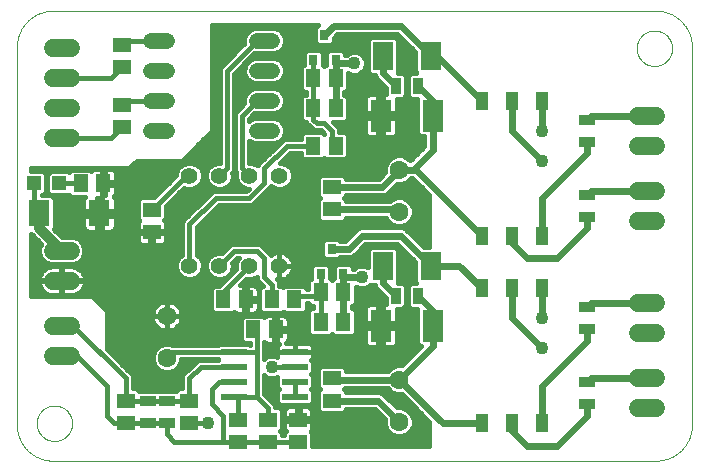
<source format=gtl>
G75*
%MOIN*%
%OFA0B0*%
%FSLAX25Y25*%
%IPPOS*%
%LPD*%
%AMOC8*
5,1,8,0,0,1.08239X$1,22.5*
%
%ADD10C,0.00000*%
%ADD11R,0.05906X0.05118*%
%ADD12C,0.06300*%
%ADD13R,0.05118X0.05906*%
%ADD14R,0.07087X0.09449*%
%ADD15R,0.08661X0.02362*%
%ADD16R,0.03150X0.03543*%
%ADD17C,0.05600*%
%ADD18C,0.05937*%
%ADD19R,0.03543X0.05512*%
%ADD20R,0.04000X0.06000*%
%ADD21R,0.05512X0.03543*%
%ADD22R,0.07087X0.10630*%
%ADD23R,0.07087X0.08661*%
%ADD24R,0.04724X0.04724*%
%ADD25C,0.05200*%
%ADD26C,0.01600*%
%ADD27C,0.02400*%
%ADD28C,0.04356*%
%ADD29C,0.03200*%
D10*
X0016500Y0005500D02*
X0217500Y0005500D01*
X0217790Y0005504D01*
X0218080Y0005514D01*
X0218369Y0005532D01*
X0218658Y0005556D01*
X0218946Y0005587D01*
X0219234Y0005626D01*
X0219520Y0005671D01*
X0219806Y0005724D01*
X0220089Y0005783D01*
X0220372Y0005849D01*
X0220652Y0005921D01*
X0220931Y0006001D01*
X0221208Y0006087D01*
X0221483Y0006180D01*
X0221755Y0006280D01*
X0222025Y0006386D01*
X0222292Y0006498D01*
X0222557Y0006618D01*
X0222818Y0006743D01*
X0223077Y0006875D01*
X0223332Y0007012D01*
X0223584Y0007156D01*
X0223832Y0007306D01*
X0224076Y0007462D01*
X0224317Y0007624D01*
X0224553Y0007792D01*
X0224786Y0007965D01*
X0225014Y0008144D01*
X0225238Y0008328D01*
X0225457Y0008518D01*
X0225672Y0008713D01*
X0225882Y0008913D01*
X0226087Y0009118D01*
X0226287Y0009328D01*
X0226482Y0009543D01*
X0226672Y0009762D01*
X0226856Y0009986D01*
X0227035Y0010214D01*
X0227208Y0010447D01*
X0227376Y0010683D01*
X0227538Y0010924D01*
X0227694Y0011168D01*
X0227844Y0011416D01*
X0227988Y0011668D01*
X0228125Y0011923D01*
X0228257Y0012182D01*
X0228382Y0012443D01*
X0228502Y0012708D01*
X0228614Y0012975D01*
X0228720Y0013245D01*
X0228820Y0013517D01*
X0228913Y0013792D01*
X0228999Y0014069D01*
X0229079Y0014348D01*
X0229151Y0014628D01*
X0229217Y0014911D01*
X0229276Y0015194D01*
X0229329Y0015480D01*
X0229374Y0015766D01*
X0229413Y0016054D01*
X0229444Y0016342D01*
X0229468Y0016631D01*
X0229486Y0016920D01*
X0229496Y0017210D01*
X0229500Y0017500D01*
X0229500Y0143500D01*
X0229496Y0143790D01*
X0229486Y0144080D01*
X0229468Y0144369D01*
X0229444Y0144658D01*
X0229413Y0144946D01*
X0229374Y0145234D01*
X0229329Y0145520D01*
X0229276Y0145806D01*
X0229217Y0146089D01*
X0229151Y0146372D01*
X0229079Y0146652D01*
X0228999Y0146931D01*
X0228913Y0147208D01*
X0228820Y0147483D01*
X0228720Y0147755D01*
X0228614Y0148025D01*
X0228502Y0148292D01*
X0228382Y0148557D01*
X0228257Y0148818D01*
X0228125Y0149077D01*
X0227988Y0149332D01*
X0227844Y0149584D01*
X0227694Y0149832D01*
X0227538Y0150076D01*
X0227376Y0150317D01*
X0227208Y0150553D01*
X0227035Y0150786D01*
X0226856Y0151014D01*
X0226672Y0151238D01*
X0226482Y0151457D01*
X0226287Y0151672D01*
X0226087Y0151882D01*
X0225882Y0152087D01*
X0225672Y0152287D01*
X0225457Y0152482D01*
X0225238Y0152672D01*
X0225014Y0152856D01*
X0224786Y0153035D01*
X0224553Y0153208D01*
X0224317Y0153376D01*
X0224076Y0153538D01*
X0223832Y0153694D01*
X0223584Y0153844D01*
X0223332Y0153988D01*
X0223077Y0154125D01*
X0222818Y0154257D01*
X0222557Y0154382D01*
X0222292Y0154502D01*
X0222025Y0154614D01*
X0221755Y0154720D01*
X0221483Y0154820D01*
X0221208Y0154913D01*
X0220931Y0154999D01*
X0220652Y0155079D01*
X0220372Y0155151D01*
X0220089Y0155217D01*
X0219806Y0155276D01*
X0219520Y0155329D01*
X0219234Y0155374D01*
X0218946Y0155413D01*
X0218658Y0155444D01*
X0218369Y0155468D01*
X0218080Y0155486D01*
X0217790Y0155496D01*
X0217500Y0155500D01*
X0016500Y0155500D01*
X0016210Y0155496D01*
X0015920Y0155486D01*
X0015631Y0155468D01*
X0015342Y0155444D01*
X0015054Y0155413D01*
X0014766Y0155374D01*
X0014480Y0155329D01*
X0014194Y0155276D01*
X0013911Y0155217D01*
X0013628Y0155151D01*
X0013348Y0155079D01*
X0013069Y0154999D01*
X0012792Y0154913D01*
X0012517Y0154820D01*
X0012245Y0154720D01*
X0011975Y0154614D01*
X0011708Y0154502D01*
X0011443Y0154382D01*
X0011182Y0154257D01*
X0010923Y0154125D01*
X0010668Y0153988D01*
X0010416Y0153844D01*
X0010168Y0153694D01*
X0009924Y0153538D01*
X0009683Y0153376D01*
X0009447Y0153208D01*
X0009214Y0153035D01*
X0008986Y0152856D01*
X0008762Y0152672D01*
X0008543Y0152482D01*
X0008328Y0152287D01*
X0008118Y0152087D01*
X0007913Y0151882D01*
X0007713Y0151672D01*
X0007518Y0151457D01*
X0007328Y0151238D01*
X0007144Y0151014D01*
X0006965Y0150786D01*
X0006792Y0150553D01*
X0006624Y0150317D01*
X0006462Y0150076D01*
X0006306Y0149832D01*
X0006156Y0149584D01*
X0006012Y0149332D01*
X0005875Y0149077D01*
X0005743Y0148818D01*
X0005618Y0148557D01*
X0005498Y0148292D01*
X0005386Y0148025D01*
X0005280Y0147755D01*
X0005180Y0147483D01*
X0005087Y0147208D01*
X0005001Y0146931D01*
X0004921Y0146652D01*
X0004849Y0146372D01*
X0004783Y0146089D01*
X0004724Y0145806D01*
X0004671Y0145520D01*
X0004626Y0145234D01*
X0004587Y0144946D01*
X0004556Y0144658D01*
X0004532Y0144369D01*
X0004514Y0144080D01*
X0004504Y0143790D01*
X0004500Y0143500D01*
X0004500Y0017500D01*
X0004504Y0017210D01*
X0004514Y0016920D01*
X0004532Y0016631D01*
X0004556Y0016342D01*
X0004587Y0016054D01*
X0004626Y0015766D01*
X0004671Y0015480D01*
X0004724Y0015194D01*
X0004783Y0014911D01*
X0004849Y0014628D01*
X0004921Y0014348D01*
X0005001Y0014069D01*
X0005087Y0013792D01*
X0005180Y0013517D01*
X0005280Y0013245D01*
X0005386Y0012975D01*
X0005498Y0012708D01*
X0005618Y0012443D01*
X0005743Y0012182D01*
X0005875Y0011923D01*
X0006012Y0011668D01*
X0006156Y0011416D01*
X0006306Y0011168D01*
X0006462Y0010924D01*
X0006624Y0010683D01*
X0006792Y0010447D01*
X0006965Y0010214D01*
X0007144Y0009986D01*
X0007328Y0009762D01*
X0007518Y0009543D01*
X0007713Y0009328D01*
X0007913Y0009118D01*
X0008118Y0008913D01*
X0008328Y0008713D01*
X0008543Y0008518D01*
X0008762Y0008328D01*
X0008986Y0008144D01*
X0009214Y0007965D01*
X0009447Y0007792D01*
X0009683Y0007624D01*
X0009924Y0007462D01*
X0010168Y0007306D01*
X0010416Y0007156D01*
X0010668Y0007012D01*
X0010923Y0006875D01*
X0011182Y0006743D01*
X0011443Y0006618D01*
X0011708Y0006498D01*
X0011975Y0006386D01*
X0012245Y0006280D01*
X0012517Y0006180D01*
X0012792Y0006087D01*
X0013069Y0006001D01*
X0013348Y0005921D01*
X0013628Y0005849D01*
X0013911Y0005783D01*
X0014194Y0005724D01*
X0014480Y0005671D01*
X0014766Y0005626D01*
X0015054Y0005587D01*
X0015342Y0005556D01*
X0015631Y0005532D01*
X0015920Y0005514D01*
X0016210Y0005504D01*
X0016500Y0005500D01*
X0011094Y0018000D02*
X0011096Y0018153D01*
X0011102Y0018307D01*
X0011112Y0018460D01*
X0011126Y0018612D01*
X0011144Y0018765D01*
X0011166Y0018916D01*
X0011191Y0019067D01*
X0011221Y0019218D01*
X0011255Y0019368D01*
X0011292Y0019516D01*
X0011333Y0019664D01*
X0011378Y0019810D01*
X0011427Y0019956D01*
X0011480Y0020100D01*
X0011536Y0020242D01*
X0011596Y0020383D01*
X0011660Y0020523D01*
X0011727Y0020661D01*
X0011798Y0020797D01*
X0011873Y0020931D01*
X0011950Y0021063D01*
X0012032Y0021193D01*
X0012116Y0021321D01*
X0012204Y0021447D01*
X0012295Y0021570D01*
X0012389Y0021691D01*
X0012487Y0021809D01*
X0012587Y0021925D01*
X0012691Y0022038D01*
X0012797Y0022149D01*
X0012906Y0022257D01*
X0013018Y0022362D01*
X0013132Y0022463D01*
X0013250Y0022562D01*
X0013369Y0022658D01*
X0013491Y0022751D01*
X0013616Y0022840D01*
X0013743Y0022927D01*
X0013872Y0023009D01*
X0014003Y0023089D01*
X0014136Y0023165D01*
X0014271Y0023238D01*
X0014408Y0023307D01*
X0014547Y0023372D01*
X0014687Y0023434D01*
X0014829Y0023492D01*
X0014972Y0023547D01*
X0015117Y0023598D01*
X0015263Y0023645D01*
X0015410Y0023688D01*
X0015558Y0023727D01*
X0015707Y0023763D01*
X0015857Y0023794D01*
X0016008Y0023822D01*
X0016159Y0023846D01*
X0016312Y0023866D01*
X0016464Y0023882D01*
X0016617Y0023894D01*
X0016770Y0023902D01*
X0016923Y0023906D01*
X0017077Y0023906D01*
X0017230Y0023902D01*
X0017383Y0023894D01*
X0017536Y0023882D01*
X0017688Y0023866D01*
X0017841Y0023846D01*
X0017992Y0023822D01*
X0018143Y0023794D01*
X0018293Y0023763D01*
X0018442Y0023727D01*
X0018590Y0023688D01*
X0018737Y0023645D01*
X0018883Y0023598D01*
X0019028Y0023547D01*
X0019171Y0023492D01*
X0019313Y0023434D01*
X0019453Y0023372D01*
X0019592Y0023307D01*
X0019729Y0023238D01*
X0019864Y0023165D01*
X0019997Y0023089D01*
X0020128Y0023009D01*
X0020257Y0022927D01*
X0020384Y0022840D01*
X0020509Y0022751D01*
X0020631Y0022658D01*
X0020750Y0022562D01*
X0020868Y0022463D01*
X0020982Y0022362D01*
X0021094Y0022257D01*
X0021203Y0022149D01*
X0021309Y0022038D01*
X0021413Y0021925D01*
X0021513Y0021809D01*
X0021611Y0021691D01*
X0021705Y0021570D01*
X0021796Y0021447D01*
X0021884Y0021321D01*
X0021968Y0021193D01*
X0022050Y0021063D01*
X0022127Y0020931D01*
X0022202Y0020797D01*
X0022273Y0020661D01*
X0022340Y0020523D01*
X0022404Y0020383D01*
X0022464Y0020242D01*
X0022520Y0020100D01*
X0022573Y0019956D01*
X0022622Y0019810D01*
X0022667Y0019664D01*
X0022708Y0019516D01*
X0022745Y0019368D01*
X0022779Y0019218D01*
X0022809Y0019067D01*
X0022834Y0018916D01*
X0022856Y0018765D01*
X0022874Y0018612D01*
X0022888Y0018460D01*
X0022898Y0018307D01*
X0022904Y0018153D01*
X0022906Y0018000D01*
X0022904Y0017847D01*
X0022898Y0017693D01*
X0022888Y0017540D01*
X0022874Y0017388D01*
X0022856Y0017235D01*
X0022834Y0017084D01*
X0022809Y0016933D01*
X0022779Y0016782D01*
X0022745Y0016632D01*
X0022708Y0016484D01*
X0022667Y0016336D01*
X0022622Y0016190D01*
X0022573Y0016044D01*
X0022520Y0015900D01*
X0022464Y0015758D01*
X0022404Y0015617D01*
X0022340Y0015477D01*
X0022273Y0015339D01*
X0022202Y0015203D01*
X0022127Y0015069D01*
X0022050Y0014937D01*
X0021968Y0014807D01*
X0021884Y0014679D01*
X0021796Y0014553D01*
X0021705Y0014430D01*
X0021611Y0014309D01*
X0021513Y0014191D01*
X0021413Y0014075D01*
X0021309Y0013962D01*
X0021203Y0013851D01*
X0021094Y0013743D01*
X0020982Y0013638D01*
X0020868Y0013537D01*
X0020750Y0013438D01*
X0020631Y0013342D01*
X0020509Y0013249D01*
X0020384Y0013160D01*
X0020257Y0013073D01*
X0020128Y0012991D01*
X0019997Y0012911D01*
X0019864Y0012835D01*
X0019729Y0012762D01*
X0019592Y0012693D01*
X0019453Y0012628D01*
X0019313Y0012566D01*
X0019171Y0012508D01*
X0019028Y0012453D01*
X0018883Y0012402D01*
X0018737Y0012355D01*
X0018590Y0012312D01*
X0018442Y0012273D01*
X0018293Y0012237D01*
X0018143Y0012206D01*
X0017992Y0012178D01*
X0017841Y0012154D01*
X0017688Y0012134D01*
X0017536Y0012118D01*
X0017383Y0012106D01*
X0017230Y0012098D01*
X0017077Y0012094D01*
X0016923Y0012094D01*
X0016770Y0012098D01*
X0016617Y0012106D01*
X0016464Y0012118D01*
X0016312Y0012134D01*
X0016159Y0012154D01*
X0016008Y0012178D01*
X0015857Y0012206D01*
X0015707Y0012237D01*
X0015558Y0012273D01*
X0015410Y0012312D01*
X0015263Y0012355D01*
X0015117Y0012402D01*
X0014972Y0012453D01*
X0014829Y0012508D01*
X0014687Y0012566D01*
X0014547Y0012628D01*
X0014408Y0012693D01*
X0014271Y0012762D01*
X0014136Y0012835D01*
X0014003Y0012911D01*
X0013872Y0012991D01*
X0013743Y0013073D01*
X0013616Y0013160D01*
X0013491Y0013249D01*
X0013369Y0013342D01*
X0013250Y0013438D01*
X0013132Y0013537D01*
X0013018Y0013638D01*
X0012906Y0013743D01*
X0012797Y0013851D01*
X0012691Y0013962D01*
X0012587Y0014075D01*
X0012487Y0014191D01*
X0012389Y0014309D01*
X0012295Y0014430D01*
X0012204Y0014553D01*
X0012116Y0014679D01*
X0012032Y0014807D01*
X0011950Y0014937D01*
X0011873Y0015069D01*
X0011798Y0015203D01*
X0011727Y0015339D01*
X0011660Y0015477D01*
X0011596Y0015617D01*
X0011536Y0015758D01*
X0011480Y0015900D01*
X0011427Y0016044D01*
X0011378Y0016190D01*
X0011333Y0016336D01*
X0011292Y0016484D01*
X0011255Y0016632D01*
X0011221Y0016782D01*
X0011191Y0016933D01*
X0011166Y0017084D01*
X0011144Y0017235D01*
X0011126Y0017388D01*
X0011112Y0017540D01*
X0011102Y0017693D01*
X0011096Y0017847D01*
X0011094Y0018000D01*
X0211094Y0143000D02*
X0211096Y0143153D01*
X0211102Y0143307D01*
X0211112Y0143460D01*
X0211126Y0143612D01*
X0211144Y0143765D01*
X0211166Y0143916D01*
X0211191Y0144067D01*
X0211221Y0144218D01*
X0211255Y0144368D01*
X0211292Y0144516D01*
X0211333Y0144664D01*
X0211378Y0144810D01*
X0211427Y0144956D01*
X0211480Y0145100D01*
X0211536Y0145242D01*
X0211596Y0145383D01*
X0211660Y0145523D01*
X0211727Y0145661D01*
X0211798Y0145797D01*
X0211873Y0145931D01*
X0211950Y0146063D01*
X0212032Y0146193D01*
X0212116Y0146321D01*
X0212204Y0146447D01*
X0212295Y0146570D01*
X0212389Y0146691D01*
X0212487Y0146809D01*
X0212587Y0146925D01*
X0212691Y0147038D01*
X0212797Y0147149D01*
X0212906Y0147257D01*
X0213018Y0147362D01*
X0213132Y0147463D01*
X0213250Y0147562D01*
X0213369Y0147658D01*
X0213491Y0147751D01*
X0213616Y0147840D01*
X0213743Y0147927D01*
X0213872Y0148009D01*
X0214003Y0148089D01*
X0214136Y0148165D01*
X0214271Y0148238D01*
X0214408Y0148307D01*
X0214547Y0148372D01*
X0214687Y0148434D01*
X0214829Y0148492D01*
X0214972Y0148547D01*
X0215117Y0148598D01*
X0215263Y0148645D01*
X0215410Y0148688D01*
X0215558Y0148727D01*
X0215707Y0148763D01*
X0215857Y0148794D01*
X0216008Y0148822D01*
X0216159Y0148846D01*
X0216312Y0148866D01*
X0216464Y0148882D01*
X0216617Y0148894D01*
X0216770Y0148902D01*
X0216923Y0148906D01*
X0217077Y0148906D01*
X0217230Y0148902D01*
X0217383Y0148894D01*
X0217536Y0148882D01*
X0217688Y0148866D01*
X0217841Y0148846D01*
X0217992Y0148822D01*
X0218143Y0148794D01*
X0218293Y0148763D01*
X0218442Y0148727D01*
X0218590Y0148688D01*
X0218737Y0148645D01*
X0218883Y0148598D01*
X0219028Y0148547D01*
X0219171Y0148492D01*
X0219313Y0148434D01*
X0219453Y0148372D01*
X0219592Y0148307D01*
X0219729Y0148238D01*
X0219864Y0148165D01*
X0219997Y0148089D01*
X0220128Y0148009D01*
X0220257Y0147927D01*
X0220384Y0147840D01*
X0220509Y0147751D01*
X0220631Y0147658D01*
X0220750Y0147562D01*
X0220868Y0147463D01*
X0220982Y0147362D01*
X0221094Y0147257D01*
X0221203Y0147149D01*
X0221309Y0147038D01*
X0221413Y0146925D01*
X0221513Y0146809D01*
X0221611Y0146691D01*
X0221705Y0146570D01*
X0221796Y0146447D01*
X0221884Y0146321D01*
X0221968Y0146193D01*
X0222050Y0146063D01*
X0222127Y0145931D01*
X0222202Y0145797D01*
X0222273Y0145661D01*
X0222340Y0145523D01*
X0222404Y0145383D01*
X0222464Y0145242D01*
X0222520Y0145100D01*
X0222573Y0144956D01*
X0222622Y0144810D01*
X0222667Y0144664D01*
X0222708Y0144516D01*
X0222745Y0144368D01*
X0222779Y0144218D01*
X0222809Y0144067D01*
X0222834Y0143916D01*
X0222856Y0143765D01*
X0222874Y0143612D01*
X0222888Y0143460D01*
X0222898Y0143307D01*
X0222904Y0143153D01*
X0222906Y0143000D01*
X0222904Y0142847D01*
X0222898Y0142693D01*
X0222888Y0142540D01*
X0222874Y0142388D01*
X0222856Y0142235D01*
X0222834Y0142084D01*
X0222809Y0141933D01*
X0222779Y0141782D01*
X0222745Y0141632D01*
X0222708Y0141484D01*
X0222667Y0141336D01*
X0222622Y0141190D01*
X0222573Y0141044D01*
X0222520Y0140900D01*
X0222464Y0140758D01*
X0222404Y0140617D01*
X0222340Y0140477D01*
X0222273Y0140339D01*
X0222202Y0140203D01*
X0222127Y0140069D01*
X0222050Y0139937D01*
X0221968Y0139807D01*
X0221884Y0139679D01*
X0221796Y0139553D01*
X0221705Y0139430D01*
X0221611Y0139309D01*
X0221513Y0139191D01*
X0221413Y0139075D01*
X0221309Y0138962D01*
X0221203Y0138851D01*
X0221094Y0138743D01*
X0220982Y0138638D01*
X0220868Y0138537D01*
X0220750Y0138438D01*
X0220631Y0138342D01*
X0220509Y0138249D01*
X0220384Y0138160D01*
X0220257Y0138073D01*
X0220128Y0137991D01*
X0219997Y0137911D01*
X0219864Y0137835D01*
X0219729Y0137762D01*
X0219592Y0137693D01*
X0219453Y0137628D01*
X0219313Y0137566D01*
X0219171Y0137508D01*
X0219028Y0137453D01*
X0218883Y0137402D01*
X0218737Y0137355D01*
X0218590Y0137312D01*
X0218442Y0137273D01*
X0218293Y0137237D01*
X0218143Y0137206D01*
X0217992Y0137178D01*
X0217841Y0137154D01*
X0217688Y0137134D01*
X0217536Y0137118D01*
X0217383Y0137106D01*
X0217230Y0137098D01*
X0217077Y0137094D01*
X0216923Y0137094D01*
X0216770Y0137098D01*
X0216617Y0137106D01*
X0216464Y0137118D01*
X0216312Y0137134D01*
X0216159Y0137154D01*
X0216008Y0137178D01*
X0215857Y0137206D01*
X0215707Y0137237D01*
X0215558Y0137273D01*
X0215410Y0137312D01*
X0215263Y0137355D01*
X0215117Y0137402D01*
X0214972Y0137453D01*
X0214829Y0137508D01*
X0214687Y0137566D01*
X0214547Y0137628D01*
X0214408Y0137693D01*
X0214271Y0137762D01*
X0214136Y0137835D01*
X0214003Y0137911D01*
X0213872Y0137991D01*
X0213743Y0138073D01*
X0213616Y0138160D01*
X0213491Y0138249D01*
X0213369Y0138342D01*
X0213250Y0138438D01*
X0213132Y0138537D01*
X0213018Y0138638D01*
X0212906Y0138743D01*
X0212797Y0138851D01*
X0212691Y0138962D01*
X0212587Y0139075D01*
X0212487Y0139191D01*
X0212389Y0139309D01*
X0212295Y0139430D01*
X0212204Y0139553D01*
X0212116Y0139679D01*
X0212032Y0139807D01*
X0211950Y0139937D01*
X0211873Y0140069D01*
X0211798Y0140203D01*
X0211727Y0140339D01*
X0211660Y0140477D01*
X0211596Y0140617D01*
X0211536Y0140758D01*
X0211480Y0140900D01*
X0211427Y0141044D01*
X0211378Y0141190D01*
X0211333Y0141336D01*
X0211292Y0141484D01*
X0211255Y0141632D01*
X0211221Y0141782D01*
X0211191Y0141933D01*
X0211166Y0142084D01*
X0211144Y0142235D01*
X0211126Y0142388D01*
X0211112Y0142540D01*
X0211102Y0142693D01*
X0211096Y0142847D01*
X0211094Y0143000D01*
D11*
X0109500Y0096740D03*
X0109500Y0089260D03*
X0049500Y0089240D03*
X0049500Y0081760D03*
X0039500Y0116760D03*
X0039500Y0124240D03*
X0039500Y0136760D03*
X0039500Y0144240D03*
X0109500Y0032990D03*
X0109500Y0025510D03*
X0098250Y0019240D03*
X0088250Y0019240D03*
X0078250Y0019240D03*
X0078250Y0011760D03*
X0088250Y0011760D03*
X0098250Y0011760D03*
X0062000Y0018010D03*
X0062000Y0025490D03*
X0040750Y0025490D03*
X0040750Y0018010D03*
D12*
X0054500Y0039750D03*
X0054500Y0053750D03*
X0132000Y0032500D03*
X0132000Y0018500D03*
X0132000Y0088500D03*
X0132000Y0102500D03*
D13*
X0110740Y0110500D03*
X0103260Y0110500D03*
X0103260Y0123000D03*
X0110740Y0123000D03*
X0110740Y0133000D03*
X0103260Y0133000D03*
X0033240Y0098000D03*
X0025760Y0098000D03*
X0073260Y0059250D03*
X0080740Y0059250D03*
X0089510Y0059250D03*
X0096990Y0059250D03*
X0105760Y0061750D03*
X0113240Y0061750D03*
X0113240Y0051750D03*
X0105760Y0051750D03*
X0090740Y0049250D03*
X0083260Y0049250D03*
D14*
X0126528Y0070500D03*
X0142472Y0070500D03*
X0142472Y0140500D03*
X0126528Y0140500D03*
D15*
X0097236Y0041750D03*
X0097236Y0036750D03*
X0097236Y0031750D03*
X0097236Y0026750D03*
X0076764Y0026750D03*
X0076764Y0031750D03*
X0076764Y0036750D03*
X0076764Y0041750D03*
D16*
X0105760Y0067813D03*
X0113240Y0067813D03*
X0109500Y0076081D03*
X0110740Y0139063D03*
X0103260Y0139063D03*
X0107000Y0147331D03*
D17*
X0092000Y0100500D03*
X0082000Y0100500D03*
X0072000Y0100500D03*
X0062000Y0100500D03*
X0062000Y0070500D03*
X0072000Y0070500D03*
X0082000Y0070500D03*
X0092000Y0070500D03*
D18*
X0022469Y0065500D02*
X0016531Y0065500D01*
X0016531Y0075500D02*
X0022469Y0075500D01*
X0022469Y0050500D02*
X0016531Y0050500D01*
X0016531Y0040500D02*
X0022469Y0040500D01*
X0022469Y0113000D02*
X0016531Y0113000D01*
X0016531Y0123000D02*
X0022469Y0123000D01*
X0022469Y0133000D02*
X0016531Y0133000D01*
X0016531Y0143000D02*
X0022469Y0143000D01*
X0211531Y0120500D02*
X0217469Y0120500D01*
X0217469Y0110500D02*
X0211531Y0110500D01*
X0211531Y0095500D02*
X0217469Y0095500D01*
X0217469Y0085500D02*
X0211531Y0085500D01*
X0211531Y0058000D02*
X0217469Y0058000D01*
X0217469Y0048000D02*
X0211531Y0048000D01*
X0211531Y0033000D02*
X0217469Y0033000D01*
X0217469Y0023000D02*
X0211531Y0023000D01*
D19*
X0138240Y0060500D03*
X0130760Y0060500D03*
X0130760Y0130500D03*
X0138240Y0130500D03*
D20*
X0159500Y0125500D03*
X0169500Y0125500D03*
X0179500Y0125500D03*
X0179500Y0080500D03*
X0169500Y0080500D03*
X0159500Y0080500D03*
X0159500Y0063000D03*
X0169500Y0063000D03*
X0179500Y0063000D03*
X0179500Y0018000D03*
X0169500Y0018000D03*
X0159500Y0018000D03*
D21*
X0194500Y0024260D03*
X0194500Y0031740D03*
X0194500Y0049260D03*
X0194500Y0056740D03*
X0194500Y0086760D03*
X0194500Y0094240D03*
X0194500Y0111760D03*
X0194500Y0119240D03*
X0054500Y0025490D03*
X0048250Y0025490D03*
X0048250Y0018010D03*
X0054500Y0018010D03*
D22*
X0125839Y0050500D03*
X0143161Y0050500D03*
X0143161Y0120500D03*
X0125839Y0120500D03*
D23*
X0032039Y0088000D03*
X0011961Y0088000D03*
D24*
X0010366Y0098000D03*
X0018634Y0098000D03*
D25*
X0049300Y0115500D02*
X0054500Y0115500D01*
X0054500Y0125500D02*
X0049300Y0125500D01*
X0049300Y0135500D02*
X0054500Y0135500D01*
X0054500Y0145500D02*
X0049300Y0145500D01*
X0084500Y0145500D02*
X0089700Y0145500D01*
X0089700Y0135500D02*
X0084500Y0135500D01*
X0084500Y0125500D02*
X0089700Y0125500D01*
X0089700Y0115500D02*
X0084500Y0115500D01*
D26*
X0081900Y0118840D02*
X0081900Y0119506D01*
X0083694Y0121300D01*
X0090535Y0121300D01*
X0092079Y0121939D01*
X0093261Y0123121D01*
X0093900Y0124665D01*
X0093900Y0126335D01*
X0093261Y0127879D01*
X0092079Y0129061D01*
X0090535Y0129700D01*
X0083665Y0129700D01*
X0082121Y0129061D01*
X0080939Y0127879D01*
X0080300Y0126335D01*
X0080300Y0124694D01*
X0078141Y0122535D01*
X0077465Y0121859D01*
X0077100Y0120977D01*
X0077100Y0102523D01*
X0077465Y0101641D01*
X0077638Y0101468D01*
X0077600Y0101375D01*
X0077600Y0099625D01*
X0078270Y0098008D01*
X0079508Y0096770D01*
X0081125Y0096100D01*
X0081706Y0096100D01*
X0081006Y0095400D01*
X0070273Y0095400D01*
X0069391Y0095035D01*
X0060641Y0086285D01*
X0059965Y0085609D01*
X0059600Y0084727D01*
X0059600Y0074268D01*
X0059508Y0074230D01*
X0058270Y0072992D01*
X0057600Y0071375D01*
X0057600Y0069625D01*
X0058270Y0068008D01*
X0059508Y0066770D01*
X0061125Y0066100D01*
X0062875Y0066100D01*
X0064492Y0066770D01*
X0065730Y0068008D01*
X0066400Y0069625D01*
X0066400Y0071375D01*
X0065730Y0072992D01*
X0064492Y0074230D01*
X0064400Y0074268D01*
X0064400Y0083256D01*
X0071744Y0090600D01*
X0082477Y0090600D01*
X0083359Y0090965D01*
X0084035Y0091641D01*
X0089035Y0096641D01*
X0089211Y0097066D01*
X0089508Y0096770D01*
X0091125Y0096100D01*
X0092875Y0096100D01*
X0094492Y0096770D01*
X0095730Y0098008D01*
X0096400Y0099625D01*
X0096400Y0101375D01*
X0095730Y0102992D01*
X0094492Y0104230D01*
X0092875Y0104900D01*
X0092294Y0104900D01*
X0095494Y0108100D01*
X0099101Y0108100D01*
X0099101Y0106884D01*
X0100038Y0105947D01*
X0106482Y0105947D01*
X0107000Y0106466D01*
X0107518Y0105947D01*
X0113962Y0105947D01*
X0114899Y0106884D01*
X0114899Y0114115D01*
X0113962Y0115053D01*
X0111900Y0115053D01*
X0111900Y0115977D01*
X0111535Y0116859D01*
X0110859Y0117535D01*
X0109947Y0118447D01*
X0113962Y0118447D01*
X0114899Y0119384D01*
X0114899Y0126615D01*
X0113962Y0127553D01*
X0113540Y0127553D01*
X0113540Y0128447D01*
X0113962Y0128447D01*
X0114899Y0129384D01*
X0114899Y0134781D01*
X0116249Y0134222D01*
X0117751Y0134222D01*
X0119140Y0134797D01*
X0120203Y0135860D01*
X0120778Y0137249D01*
X0120778Y0138751D01*
X0120203Y0140140D01*
X0119140Y0141203D01*
X0117751Y0141778D01*
X0116249Y0141778D01*
X0114860Y0141203D01*
X0114457Y0140800D01*
X0113915Y0140800D01*
X0113915Y0141497D01*
X0112978Y0142435D01*
X0108503Y0142435D01*
X0107565Y0141497D01*
X0107565Y0137553D01*
X0107518Y0137553D01*
X0107000Y0137034D01*
X0106482Y0137553D01*
X0106435Y0137553D01*
X0106435Y0141497D01*
X0105497Y0142435D01*
X0101022Y0142435D01*
X0100085Y0141497D01*
X0100085Y0137553D01*
X0100038Y0137553D01*
X0099101Y0136615D01*
X0099101Y0129384D01*
X0100038Y0128447D01*
X0100860Y0128447D01*
X0100860Y0127553D01*
X0100038Y0127553D01*
X0099101Y0126615D01*
X0099101Y0119384D01*
X0100038Y0118447D01*
X0100991Y0118447D01*
X0101225Y0117881D01*
X0102465Y0116641D01*
X0103141Y0115965D01*
X0104023Y0115600D01*
X0106006Y0115600D01*
X0107036Y0114570D01*
X0107000Y0114534D01*
X0106482Y0115053D01*
X0100038Y0115053D01*
X0099101Y0114115D01*
X0099101Y0112900D01*
X0094023Y0112900D01*
X0093141Y0112535D01*
X0085641Y0105035D01*
X0084965Y0104359D01*
X0084789Y0103934D01*
X0084492Y0104230D01*
X0082875Y0104900D01*
X0081900Y0104900D01*
X0081900Y0112160D01*
X0082121Y0111939D01*
X0083665Y0111300D01*
X0090535Y0111300D01*
X0092079Y0111939D01*
X0093261Y0113121D01*
X0093900Y0114665D01*
X0093900Y0116335D01*
X0093261Y0117879D01*
X0092079Y0119061D01*
X0090535Y0119700D01*
X0083665Y0119700D01*
X0082121Y0119061D01*
X0081900Y0118840D01*
X0081900Y0118994D02*
X0082055Y0118994D01*
X0082987Y0120593D02*
X0099101Y0120593D01*
X0099101Y0122191D02*
X0092331Y0122191D01*
X0093538Y0123790D02*
X0099101Y0123790D01*
X0099101Y0125388D02*
X0093900Y0125388D01*
X0093630Y0126987D02*
X0099472Y0126987D01*
X0099900Y0128585D02*
X0092554Y0128585D01*
X0091700Y0131782D02*
X0099101Y0131782D01*
X0099101Y0130184D02*
X0076900Y0130184D01*
X0076900Y0131782D02*
X0082500Y0131782D01*
X0082121Y0131939D02*
X0083665Y0131300D01*
X0090535Y0131300D01*
X0092079Y0131939D01*
X0093261Y0133121D01*
X0093900Y0134665D01*
X0093900Y0136335D01*
X0093261Y0137879D01*
X0092079Y0139061D01*
X0090535Y0139700D01*
X0083665Y0139700D01*
X0082121Y0139061D01*
X0080939Y0137879D01*
X0080300Y0136335D01*
X0080300Y0134665D01*
X0080939Y0133121D01*
X0082121Y0131939D01*
X0080832Y0133381D02*
X0076900Y0133381D01*
X0076900Y0134506D02*
X0083694Y0141300D01*
X0090535Y0141300D01*
X0092079Y0141939D01*
X0093261Y0143121D01*
X0093900Y0144665D01*
X0093900Y0146335D01*
X0093261Y0147879D01*
X0092079Y0149061D01*
X0090535Y0149700D01*
X0083665Y0149700D01*
X0082121Y0149061D01*
X0080939Y0147879D01*
X0080300Y0146335D01*
X0080300Y0144694D01*
X0073141Y0137535D01*
X0072465Y0136859D01*
X0072100Y0135977D01*
X0072100Y0104900D01*
X0071125Y0104900D01*
X0069508Y0104230D01*
X0068270Y0102992D01*
X0067600Y0101375D01*
X0067600Y0099625D01*
X0068270Y0098008D01*
X0069508Y0096770D01*
X0071125Y0096100D01*
X0072875Y0096100D01*
X0074492Y0096770D01*
X0075730Y0098008D01*
X0076400Y0099625D01*
X0076400Y0101375D01*
X0076362Y0101468D01*
X0076535Y0101641D01*
X0076900Y0102523D01*
X0076900Y0134506D01*
X0077374Y0134979D02*
X0080300Y0134979D01*
X0080400Y0136578D02*
X0078972Y0136578D01*
X0080571Y0138176D02*
X0081237Y0138176D01*
X0082169Y0139775D02*
X0100085Y0139775D01*
X0100085Y0141373D02*
X0090713Y0141373D01*
X0093112Y0142972D02*
X0121384Y0142972D01*
X0121384Y0144570D02*
X0109849Y0144570D01*
X0110175Y0144896D02*
X0109238Y0143959D01*
X0104762Y0143959D01*
X0103825Y0144896D01*
X0103825Y0149765D01*
X0104760Y0150700D01*
X0069500Y0150700D01*
X0069500Y0115500D01*
X0059500Y0105500D01*
X0044500Y0105500D01*
X0042000Y0103000D01*
X0009300Y0103000D01*
X0009300Y0101962D01*
X0013391Y0101962D01*
X0014328Y0101025D01*
X0014328Y0094975D01*
X0013391Y0094038D01*
X0012766Y0094038D01*
X0012766Y0093931D01*
X0016167Y0093931D01*
X0017104Y0092993D01*
X0017104Y0083007D01*
X0016811Y0082714D01*
X0019457Y0080068D01*
X0023377Y0080068D01*
X0025056Y0079373D01*
X0026341Y0078088D01*
X0027037Y0076409D01*
X0027037Y0074591D01*
X0026341Y0072912D01*
X0025056Y0071627D01*
X0023377Y0070931D01*
X0015623Y0070931D01*
X0013944Y0071627D01*
X0012659Y0072912D01*
X0011963Y0074591D01*
X0011963Y0076409D01*
X0012579Y0077896D01*
X0009300Y0081175D01*
X0009300Y0060500D01*
X0029500Y0060500D01*
X0034500Y0055500D01*
X0034500Y0042644D01*
X0042109Y0035035D01*
X0042785Y0034359D01*
X0043150Y0033477D01*
X0043150Y0029649D01*
X0044365Y0029649D01*
X0045153Y0028862D01*
X0051669Y0028862D01*
X0057597Y0028862D01*
X0058384Y0029649D01*
X0059600Y0029649D01*
X0059600Y0033477D01*
X0059965Y0034359D01*
X0063715Y0038109D01*
X0064391Y0038785D01*
X0065273Y0039150D01*
X0071389Y0039150D01*
X0071489Y0039250D01*
X0071389Y0039350D01*
X0059250Y0039350D01*
X0059250Y0038805D01*
X0058527Y0037059D01*
X0057191Y0035723D01*
X0055445Y0035000D01*
X0053555Y0035000D01*
X0051809Y0035723D01*
X0050473Y0037059D01*
X0049750Y0038805D01*
X0049750Y0040695D01*
X0050473Y0042441D01*
X0051809Y0043777D01*
X0053555Y0044500D01*
X0055445Y0044500D01*
X0056290Y0044150D01*
X0071389Y0044150D01*
X0071770Y0044531D01*
X0081757Y0044531D01*
X0082100Y0044188D01*
X0082100Y0044697D01*
X0080038Y0044697D01*
X0079101Y0045634D01*
X0079101Y0052865D01*
X0080038Y0053803D01*
X0086482Y0053803D01*
X0086859Y0053426D01*
X0087076Y0053643D01*
X0087486Y0053880D01*
X0087944Y0054003D01*
X0090261Y0054003D01*
X0090261Y0049730D01*
X0091220Y0049730D01*
X0091220Y0054003D01*
X0093536Y0054003D01*
X0093994Y0053880D01*
X0094404Y0053643D01*
X0094740Y0053308D01*
X0094977Y0052898D01*
X0095099Y0052440D01*
X0095099Y0049730D01*
X0091220Y0049730D01*
X0091220Y0048770D01*
X0091220Y0044497D01*
X0092018Y0044497D01*
X0091800Y0044371D01*
X0091465Y0044036D01*
X0091228Y0043626D01*
X0091106Y0043168D01*
X0091105Y0041750D01*
X0097236Y0041750D01*
X0097236Y0041750D01*
X0091106Y0041750D01*
X0091106Y0040332D01*
X0091153Y0040154D01*
X0090251Y0040528D01*
X0088749Y0040528D01*
X0087360Y0039953D01*
X0086900Y0039493D01*
X0086900Y0041273D01*
X0086900Y0045033D01*
X0087076Y0044857D01*
X0087486Y0044620D01*
X0087944Y0044497D01*
X0090261Y0044497D01*
X0090261Y0048770D01*
X0091220Y0048770D01*
X0095099Y0048770D01*
X0095099Y0046060D01*
X0094977Y0045602D01*
X0094740Y0045192D01*
X0094404Y0044857D01*
X0094187Y0044731D01*
X0097236Y0044731D01*
X0097236Y0041750D01*
X0097236Y0041750D01*
X0097236Y0044731D01*
X0101804Y0044731D01*
X0102262Y0044608D01*
X0102672Y0044371D01*
X0103007Y0044036D01*
X0103244Y0043626D01*
X0103367Y0043168D01*
X0103367Y0041750D01*
X0097236Y0041750D01*
X0097236Y0041750D01*
X0103367Y0041750D01*
X0103367Y0040332D01*
X0103244Y0039874D01*
X0103007Y0039464D01*
X0102672Y0039129D01*
X0102647Y0039114D01*
X0103167Y0038594D01*
X0103167Y0034906D01*
X0102511Y0034250D01*
X0103167Y0033594D01*
X0103167Y0029906D01*
X0102511Y0029250D01*
X0103167Y0028594D01*
X0103167Y0024906D01*
X0102230Y0023969D01*
X0092243Y0023969D01*
X0091306Y0024906D01*
X0091306Y0028594D01*
X0091962Y0029250D01*
X0091306Y0029906D01*
X0091306Y0033409D01*
X0090251Y0032972D01*
X0088749Y0032972D01*
X0087360Y0033547D01*
X0086900Y0034007D01*
X0086900Y0027744D01*
X0089609Y0025035D01*
X0090285Y0024359D01*
X0090650Y0023477D01*
X0090650Y0023399D01*
X0091865Y0023399D01*
X0092803Y0022462D01*
X0092803Y0016018D01*
X0092284Y0015500D01*
X0092803Y0014982D01*
X0092803Y0014160D01*
X0093697Y0014160D01*
X0093697Y0014982D01*
X0094074Y0015359D01*
X0093857Y0015576D01*
X0093620Y0015986D01*
X0093497Y0016444D01*
X0093497Y0018761D01*
X0097770Y0018761D01*
X0097770Y0019720D01*
X0093497Y0019720D01*
X0093497Y0022036D01*
X0093620Y0022494D01*
X0093857Y0022904D01*
X0094192Y0023240D01*
X0094602Y0023477D01*
X0095060Y0023599D01*
X0097770Y0023599D01*
X0097770Y0019720D01*
X0098730Y0019720D01*
X0103003Y0019720D01*
X0103003Y0022036D01*
X0102880Y0022494D01*
X0102643Y0022904D01*
X0102308Y0023240D01*
X0101898Y0023477D01*
X0101440Y0023599D01*
X0098730Y0023599D01*
X0098730Y0019720D01*
X0098730Y0018761D01*
X0103003Y0018761D01*
X0103003Y0016444D01*
X0102880Y0015986D01*
X0102643Y0015576D01*
X0102426Y0015359D01*
X0102803Y0014982D01*
X0102803Y0010300D01*
X0142000Y0010300D01*
X0142000Y0018540D01*
X0132790Y0027750D01*
X0131055Y0027750D01*
X0129309Y0028473D01*
X0128082Y0029700D01*
X0113984Y0029700D01*
X0113534Y0029250D01*
X0114053Y0028732D01*
X0114053Y0028310D01*
X0125547Y0028310D01*
X0126576Y0027884D01*
X0131210Y0023250D01*
X0132945Y0023250D01*
X0134691Y0022527D01*
X0136027Y0021191D01*
X0136750Y0019445D01*
X0136750Y0017555D01*
X0136027Y0015809D01*
X0134691Y0014473D01*
X0132945Y0013750D01*
X0131055Y0013750D01*
X0129309Y0014473D01*
X0127973Y0015809D01*
X0127250Y0017555D01*
X0127250Y0019290D01*
X0123830Y0022710D01*
X0114053Y0022710D01*
X0114053Y0022288D01*
X0113115Y0021351D01*
X0105884Y0021351D01*
X0104947Y0022288D01*
X0104947Y0028732D01*
X0105466Y0029250D01*
X0104947Y0029768D01*
X0104947Y0036212D01*
X0105884Y0037149D01*
X0113115Y0037149D01*
X0114053Y0036212D01*
X0114053Y0035300D01*
X0128082Y0035300D01*
X0129309Y0036527D01*
X0131055Y0037250D01*
X0132790Y0037250D01*
X0139125Y0043585D01*
X0138955Y0043585D01*
X0138018Y0044522D01*
X0138018Y0056144D01*
X0135806Y0056144D01*
X0134869Y0057081D01*
X0134869Y0063919D01*
X0135806Y0064856D01*
X0137586Y0064856D01*
X0137329Y0065113D01*
X0137329Y0071684D01*
X0131313Y0077700D01*
X0120660Y0077700D01*
X0117454Y0074495D01*
X0116667Y0073707D01*
X0115638Y0073281D01*
X0112309Y0073281D01*
X0111738Y0072709D01*
X0107262Y0072709D01*
X0106325Y0073646D01*
X0106325Y0078515D01*
X0107262Y0079452D01*
X0111738Y0079452D01*
X0112309Y0078881D01*
X0113921Y0078881D01*
X0117914Y0082874D01*
X0118943Y0083300D01*
X0133029Y0083300D01*
X0134059Y0082874D01*
X0134846Y0082086D01*
X0140108Y0076824D01*
X0142000Y0076824D01*
X0142000Y0094040D01*
X0136340Y0099700D01*
X0135918Y0099700D01*
X0134691Y0098473D01*
X0132945Y0097750D01*
X0131210Y0097750D01*
X0127826Y0094366D01*
X0126797Y0093940D01*
X0114053Y0093940D01*
X0114053Y0093518D01*
X0113534Y0093000D01*
X0114053Y0092482D01*
X0114053Y0092060D01*
X0128842Y0092060D01*
X0129309Y0092527D01*
X0131055Y0093250D01*
X0132945Y0093250D01*
X0134691Y0092527D01*
X0136027Y0091191D01*
X0136750Y0089445D01*
X0136750Y0087555D01*
X0136027Y0085809D01*
X0134691Y0084473D01*
X0132945Y0083750D01*
X0131055Y0083750D01*
X0129309Y0084473D01*
X0127973Y0085809D01*
X0127704Y0086460D01*
X0114053Y0086460D01*
X0114053Y0086038D01*
X0113115Y0085101D01*
X0105884Y0085101D01*
X0104947Y0086038D01*
X0104947Y0092482D01*
X0105466Y0093000D01*
X0104947Y0093518D01*
X0104947Y0099962D01*
X0105884Y0100899D01*
X0113115Y0100899D01*
X0114053Y0099962D01*
X0114053Y0099540D01*
X0125080Y0099540D01*
X0127250Y0101710D01*
X0127250Y0103445D01*
X0127973Y0105191D01*
X0129309Y0106527D01*
X0131055Y0107250D01*
X0132945Y0107250D01*
X0134691Y0106527D01*
X0135629Y0105589D01*
X0140361Y0110321D01*
X0140361Y0113585D01*
X0138955Y0113585D01*
X0138018Y0114522D01*
X0138018Y0126144D01*
X0135806Y0126144D01*
X0134869Y0127081D01*
X0134869Y0133919D01*
X0135806Y0134856D01*
X0137586Y0134856D01*
X0137329Y0135113D01*
X0137329Y0141684D01*
X0131313Y0147700D01*
X0111329Y0147700D01*
X0110175Y0146546D01*
X0110175Y0144896D01*
X0110175Y0146169D02*
X0121666Y0146169D01*
X0121384Y0145887D02*
X0121384Y0135113D01*
X0122322Y0134176D01*
X0123728Y0134176D01*
X0123728Y0134175D01*
X0124154Y0133146D01*
X0124941Y0132359D01*
X0127388Y0129912D01*
X0127388Y0127615D01*
X0126639Y0127615D01*
X0126639Y0121300D01*
X0131182Y0121300D01*
X0131182Y0126052D01*
X0131157Y0126144D01*
X0133194Y0126144D01*
X0134131Y0127081D01*
X0134131Y0133919D01*
X0133194Y0134856D01*
X0131414Y0134856D01*
X0131671Y0135113D01*
X0131671Y0145887D01*
X0130734Y0146824D01*
X0122322Y0146824D01*
X0121384Y0145887D01*
X0121384Y0141373D02*
X0118728Y0141373D01*
X0120354Y0139775D02*
X0121384Y0139775D01*
X0121384Y0138176D02*
X0120778Y0138176D01*
X0120500Y0136578D02*
X0121384Y0136578D01*
X0121518Y0134979D02*
X0119322Y0134979D01*
X0114899Y0133381D02*
X0124057Y0133381D01*
X0125518Y0131782D02*
X0114899Y0131782D01*
X0114899Y0130184D02*
X0127116Y0130184D01*
X0127388Y0128585D02*
X0114100Y0128585D01*
X0114528Y0126987D02*
X0120922Y0126987D01*
X0120855Y0126920D02*
X0120618Y0126510D01*
X0120495Y0126052D01*
X0120495Y0121300D01*
X0125039Y0121300D01*
X0125039Y0127615D01*
X0122058Y0127615D01*
X0121600Y0127492D01*
X0121190Y0127255D01*
X0120855Y0126920D01*
X0120495Y0125388D02*
X0114899Y0125388D01*
X0114899Y0123790D02*
X0120495Y0123790D01*
X0120495Y0122191D02*
X0114899Y0122191D01*
X0114899Y0120593D02*
X0125039Y0120593D01*
X0125039Y0121300D02*
X0125039Y0119700D01*
X0126639Y0119700D01*
X0126639Y0121300D01*
X0125039Y0121300D01*
X0125039Y0122191D02*
X0126639Y0122191D01*
X0126639Y0120593D02*
X0138018Y0120593D01*
X0138018Y0122191D02*
X0131182Y0122191D01*
X0131182Y0123790D02*
X0138018Y0123790D01*
X0138018Y0125388D02*
X0131182Y0125388D01*
X0134037Y0126987D02*
X0134963Y0126987D01*
X0134869Y0128585D02*
X0134131Y0128585D01*
X0134131Y0130184D02*
X0134869Y0130184D01*
X0134869Y0131782D02*
X0134131Y0131782D01*
X0134131Y0133381D02*
X0134869Y0133381D01*
X0137463Y0134979D02*
X0131537Y0134979D01*
X0131671Y0136578D02*
X0137329Y0136578D01*
X0137329Y0138176D02*
X0131671Y0138176D01*
X0131671Y0139775D02*
X0137329Y0139775D01*
X0137329Y0141373D02*
X0131671Y0141373D01*
X0131671Y0142972D02*
X0136041Y0142972D01*
X0134442Y0144570D02*
X0131671Y0144570D01*
X0131389Y0146169D02*
X0132844Y0146169D01*
X0115272Y0141373D02*
X0113915Y0141373D01*
X0107565Y0141373D02*
X0106435Y0141373D01*
X0106435Y0139775D02*
X0107565Y0139775D01*
X0107565Y0138176D02*
X0106435Y0138176D01*
X0103260Y0139063D02*
X0103260Y0133000D01*
X0103260Y0123000D01*
X0103260Y0119240D01*
X0104500Y0118000D01*
X0107000Y0118000D01*
X0109500Y0115500D01*
X0109500Y0111740D01*
X0110740Y0110500D01*
X0114899Y0111002D02*
X0140361Y0111002D01*
X0140361Y0112600D02*
X0114899Y0112600D01*
X0114816Y0114199D02*
X0120786Y0114199D01*
X0120855Y0114080D02*
X0121190Y0113745D01*
X0121600Y0113508D01*
X0122058Y0113385D01*
X0125039Y0113385D01*
X0125039Y0119700D01*
X0120495Y0119700D01*
X0120495Y0114948D01*
X0120618Y0114490D01*
X0120855Y0114080D01*
X0120495Y0115797D02*
X0111900Y0115797D01*
X0110998Y0117396D02*
X0120495Y0117396D01*
X0120495Y0118994D02*
X0114509Y0118994D01*
X0103546Y0115797D02*
X0093900Y0115797D01*
X0093707Y0114199D02*
X0099184Y0114199D01*
X0101710Y0117396D02*
X0093461Y0117396D01*
X0092145Y0118994D02*
X0099491Y0118994D01*
X0093299Y0112600D02*
X0092740Y0112600D01*
X0091608Y0111002D02*
X0081900Y0111002D01*
X0081900Y0109403D02*
X0090009Y0109403D01*
X0088411Y0107805D02*
X0081900Y0107805D01*
X0081900Y0106206D02*
X0086812Y0106206D01*
X0085214Y0104608D02*
X0083581Y0104608D01*
X0087000Y0103000D02*
X0087000Y0098000D01*
X0082000Y0093000D01*
X0070750Y0093000D01*
X0062000Y0084250D01*
X0062000Y0070500D01*
X0058123Y0072637D02*
X0026067Y0072637D01*
X0026890Y0074236D02*
X0059522Y0074236D01*
X0059600Y0075834D02*
X0027037Y0075834D01*
X0026613Y0077433D02*
X0046190Y0077433D01*
X0046310Y0077401D02*
X0049020Y0077401D01*
X0049020Y0081280D01*
X0044747Y0081280D01*
X0044747Y0078964D01*
X0044870Y0078506D01*
X0045107Y0078096D01*
X0045442Y0077760D01*
X0045852Y0077523D01*
X0046310Y0077401D01*
X0044747Y0079032D02*
X0025398Y0079032D01*
X0027391Y0082229D02*
X0027801Y0081992D01*
X0028259Y0081869D01*
X0031239Y0081869D01*
X0031239Y0087200D01*
X0026696Y0087200D01*
X0026696Y0083432D01*
X0026819Y0082975D01*
X0027056Y0082564D01*
X0027391Y0082229D01*
X0017297Y0082229D01*
X0017104Y0083827D02*
X0026696Y0083827D01*
X0026696Y0085426D02*
X0017104Y0085426D01*
X0017104Y0087024D02*
X0026696Y0087024D01*
X0026696Y0088800D02*
X0031239Y0088800D01*
X0031239Y0087200D01*
X0032839Y0087200D01*
X0032839Y0081869D01*
X0035820Y0081869D01*
X0036277Y0081992D01*
X0036688Y0082229D01*
X0037023Y0082564D01*
X0037260Y0082975D01*
X0037383Y0083432D01*
X0037383Y0087200D01*
X0032839Y0087200D01*
X0032839Y0088800D01*
X0031239Y0088800D01*
X0031239Y0093247D01*
X0032761Y0093247D01*
X0032761Y0097520D01*
X0033720Y0097520D01*
X0033720Y0094131D01*
X0032839Y0094131D01*
X0032839Y0088800D01*
X0037383Y0088800D01*
X0037383Y0092568D01*
X0037260Y0093025D01*
X0037023Y0093436D01*
X0036871Y0093588D01*
X0036904Y0093607D01*
X0037240Y0093942D01*
X0037477Y0094352D01*
X0037599Y0094810D01*
X0037599Y0097520D01*
X0033720Y0097520D01*
X0033720Y0098480D01*
X0032761Y0098480D01*
X0032761Y0102753D01*
X0030444Y0102753D01*
X0029986Y0102630D01*
X0029576Y0102393D01*
X0029359Y0102176D01*
X0028982Y0102553D01*
X0022538Y0102553D01*
X0021803Y0101818D01*
X0021659Y0101962D01*
X0015609Y0101962D01*
X0014672Y0101025D01*
X0014672Y0094975D01*
X0015609Y0094038D01*
X0021659Y0094038D01*
X0021803Y0094182D01*
X0022538Y0093447D01*
X0027067Y0093447D01*
X0027056Y0093436D01*
X0026819Y0093025D01*
X0026696Y0092568D01*
X0026696Y0088800D01*
X0026696Y0090221D02*
X0017104Y0090221D01*
X0017104Y0088623D02*
X0031239Y0088623D01*
X0032039Y0088000D02*
X0033240Y0089201D01*
X0032839Y0088623D02*
X0044947Y0088623D01*
X0044947Y0090221D02*
X0037383Y0090221D01*
X0037383Y0091820D02*
X0044947Y0091820D01*
X0044947Y0092462D02*
X0044947Y0086018D01*
X0045324Y0085641D01*
X0045107Y0085424D01*
X0044870Y0085014D01*
X0044747Y0084556D01*
X0044747Y0082239D01*
X0049020Y0082239D01*
X0049020Y0081280D01*
X0049980Y0081280D01*
X0049980Y0082239D01*
X0054253Y0082239D01*
X0054253Y0084556D01*
X0054130Y0085014D01*
X0053893Y0085424D01*
X0053676Y0085641D01*
X0054053Y0086018D01*
X0054053Y0090399D01*
X0060155Y0096502D01*
X0061125Y0096100D01*
X0062875Y0096100D01*
X0064492Y0096770D01*
X0065730Y0098008D01*
X0066400Y0099625D01*
X0066400Y0101375D01*
X0065730Y0102992D01*
X0064492Y0104230D01*
X0062875Y0104900D01*
X0061125Y0104900D01*
X0059508Y0104230D01*
X0058270Y0102992D01*
X0057600Y0101375D01*
X0057600Y0100734D01*
X0050265Y0093399D01*
X0045884Y0093399D01*
X0044947Y0092462D01*
X0050284Y0093418D02*
X0037033Y0093418D01*
X0037599Y0095017D02*
X0051882Y0095017D01*
X0053481Y0096615D02*
X0037599Y0096615D01*
X0037599Y0098480D02*
X0037599Y0101190D01*
X0037477Y0101648D01*
X0037240Y0102058D01*
X0036904Y0102393D01*
X0036494Y0102630D01*
X0036036Y0102753D01*
X0033720Y0102753D01*
X0033720Y0098480D01*
X0037599Y0098480D01*
X0037599Y0099812D02*
X0056678Y0099812D01*
X0057615Y0101411D02*
X0037540Y0101411D01*
X0042009Y0103009D02*
X0058287Y0103009D01*
X0060419Y0104608D02*
X0043608Y0104608D01*
X0033720Y0101411D02*
X0032761Y0101411D01*
X0032761Y0099812D02*
X0033720Y0099812D01*
X0033720Y0098214D02*
X0055079Y0098214D01*
X0058671Y0095017D02*
X0069373Y0095017D01*
X0069881Y0096615D02*
X0064119Y0096615D01*
X0065815Y0098214D02*
X0068184Y0098214D01*
X0067600Y0099812D02*
X0066400Y0099812D01*
X0066385Y0101411D02*
X0067615Y0101411D01*
X0068287Y0103009D02*
X0065713Y0103009D01*
X0063581Y0104608D02*
X0070419Y0104608D01*
X0072100Y0106206D02*
X0060206Y0106206D01*
X0061805Y0107805D02*
X0072100Y0107805D01*
X0072100Y0109403D02*
X0063403Y0109403D01*
X0065002Y0111002D02*
X0072100Y0111002D01*
X0072100Y0112600D02*
X0066600Y0112600D01*
X0068199Y0114199D02*
X0072100Y0114199D01*
X0072100Y0115797D02*
X0069500Y0115797D01*
X0069500Y0117396D02*
X0072100Y0117396D01*
X0072100Y0118994D02*
X0069500Y0118994D01*
X0069500Y0120593D02*
X0072100Y0120593D01*
X0072100Y0122191D02*
X0069500Y0122191D01*
X0069500Y0123790D02*
X0072100Y0123790D01*
X0072100Y0125388D02*
X0069500Y0125388D01*
X0069500Y0126987D02*
X0072100Y0126987D01*
X0072100Y0128585D02*
X0069500Y0128585D01*
X0069500Y0130184D02*
X0072100Y0130184D01*
X0072100Y0131782D02*
X0069500Y0131782D01*
X0069500Y0133381D02*
X0072100Y0133381D01*
X0072100Y0134979D02*
X0069500Y0134979D01*
X0069500Y0136578D02*
X0072349Y0136578D01*
X0073782Y0138176D02*
X0069500Y0138176D01*
X0069500Y0139775D02*
X0075381Y0139775D01*
X0076979Y0141373D02*
X0069500Y0141373D01*
X0069500Y0142972D02*
X0078578Y0142972D01*
X0080176Y0144570D02*
X0069500Y0144570D01*
X0069500Y0146169D02*
X0080300Y0146169D01*
X0080893Y0147768D02*
X0069500Y0147768D01*
X0069500Y0149366D02*
X0082858Y0149366D01*
X0084500Y0145500D02*
X0074500Y0135500D01*
X0074500Y0103000D01*
X0072000Y0100500D01*
X0074119Y0096615D02*
X0079881Y0096615D01*
X0078184Y0098214D02*
X0075815Y0098214D01*
X0076400Y0099812D02*
X0077600Y0099812D01*
X0077615Y0101411D02*
X0076385Y0101411D01*
X0076900Y0103009D02*
X0077100Y0103009D01*
X0077100Y0104608D02*
X0076900Y0104608D01*
X0076900Y0106206D02*
X0077100Y0106206D01*
X0077100Y0107805D02*
X0076900Y0107805D01*
X0076900Y0109403D02*
X0077100Y0109403D01*
X0077100Y0111002D02*
X0076900Y0111002D01*
X0076900Y0112600D02*
X0077100Y0112600D01*
X0077100Y0114199D02*
X0076900Y0114199D01*
X0076900Y0115797D02*
X0077100Y0115797D01*
X0077100Y0117396D02*
X0076900Y0117396D01*
X0076900Y0118994D02*
X0077100Y0118994D01*
X0077100Y0120593D02*
X0076900Y0120593D01*
X0076900Y0122191D02*
X0077797Y0122191D01*
X0076900Y0123790D02*
X0079396Y0123790D01*
X0080300Y0125388D02*
X0076900Y0125388D01*
X0076900Y0126987D02*
X0080570Y0126987D01*
X0081646Y0128585D02*
X0076900Y0128585D01*
X0084500Y0125500D02*
X0079500Y0120500D01*
X0079500Y0103000D01*
X0082000Y0100500D01*
X0087000Y0103000D02*
X0094500Y0110500D01*
X0103260Y0110500D01*
X0099101Y0107805D02*
X0095199Y0107805D01*
X0093600Y0106206D02*
X0099779Y0106206D01*
X0095713Y0103009D02*
X0127250Y0103009D01*
X0126951Y0101411D02*
X0096385Y0101411D01*
X0096400Y0099812D02*
X0104947Y0099812D01*
X0104947Y0098214D02*
X0095815Y0098214D01*
X0094119Y0096615D02*
X0104947Y0096615D01*
X0104947Y0095017D02*
X0087411Y0095017D01*
X0089009Y0096615D02*
X0089881Y0096615D01*
X0085812Y0093418D02*
X0105047Y0093418D01*
X0104947Y0091820D02*
X0084214Y0091820D01*
X0071365Y0090221D02*
X0104947Y0090221D01*
X0104947Y0088623D02*
X0069767Y0088623D01*
X0068168Y0087024D02*
X0104947Y0087024D01*
X0105560Y0085426D02*
X0066570Y0085426D01*
X0064971Y0083827D02*
X0130869Y0083827D01*
X0133131Y0083827D02*
X0142000Y0083827D01*
X0142000Y0082229D02*
X0134704Y0082229D01*
X0136302Y0080630D02*
X0142000Y0080630D01*
X0142000Y0079032D02*
X0137901Y0079032D01*
X0139499Y0077433D02*
X0142000Y0077433D01*
X0136375Y0072637D02*
X0131671Y0072637D01*
X0131671Y0071039D02*
X0137329Y0071039D01*
X0137329Y0069440D02*
X0131671Y0069440D01*
X0131671Y0067842D02*
X0137329Y0067842D01*
X0137329Y0066243D02*
X0131671Y0066243D01*
X0131671Y0065113D02*
X0131671Y0075887D01*
X0130734Y0076824D01*
X0122322Y0076824D01*
X0121384Y0075887D01*
X0121384Y0070059D01*
X0120251Y0070528D01*
X0118749Y0070528D01*
X0117360Y0069953D01*
X0116957Y0069550D01*
X0116415Y0069550D01*
X0116415Y0070247D01*
X0115478Y0071185D01*
X0111003Y0071185D01*
X0110065Y0070247D01*
X0110065Y0066303D01*
X0110018Y0066303D01*
X0109500Y0065784D01*
X0108982Y0066303D01*
X0108935Y0066303D01*
X0108935Y0070247D01*
X0107997Y0071185D01*
X0103522Y0071185D01*
X0102585Y0070247D01*
X0102585Y0066303D01*
X0102538Y0066303D01*
X0101601Y0065365D01*
X0101601Y0062900D01*
X0101115Y0062900D01*
X0100212Y0063803D01*
X0093768Y0063803D01*
X0093250Y0063284D01*
X0092732Y0063803D01*
X0091910Y0063803D01*
X0091910Y0064708D01*
X0091544Y0065590D01*
X0091158Y0065976D01*
X0091638Y0065900D01*
X0092000Y0065900D01*
X0092362Y0065900D01*
X0093077Y0066013D01*
X0093766Y0066237D01*
X0094411Y0066566D01*
X0094997Y0066991D01*
X0095509Y0067503D01*
X0095934Y0068089D01*
X0096263Y0068734D01*
X0096487Y0069423D01*
X0096600Y0070138D01*
X0096600Y0070500D01*
X0096600Y0070862D01*
X0096487Y0071577D01*
X0096263Y0072266D01*
X0095934Y0072911D01*
X0095509Y0073497D01*
X0094997Y0074009D01*
X0094411Y0074434D01*
X0093766Y0074763D01*
X0093077Y0074987D01*
X0092362Y0075100D01*
X0092000Y0075100D01*
X0092000Y0070500D01*
X0092000Y0070500D01*
X0096600Y0070500D01*
X0092000Y0070500D01*
X0092000Y0070500D01*
X0092000Y0075100D01*
X0091638Y0075100D01*
X0090923Y0074987D01*
X0090234Y0074763D01*
X0089589Y0074434D01*
X0089139Y0074107D01*
X0089035Y0074359D01*
X0088359Y0075035D01*
X0085859Y0077535D01*
X0084977Y0077900D01*
X0076523Y0077900D01*
X0075641Y0077535D01*
X0074965Y0076859D01*
X0072968Y0074862D01*
X0072875Y0074900D01*
X0071125Y0074900D01*
X0069508Y0074230D01*
X0068270Y0072992D01*
X0067600Y0071375D01*
X0067600Y0069625D01*
X0068270Y0068008D01*
X0069508Y0066770D01*
X0071125Y0066100D01*
X0072875Y0066100D01*
X0074492Y0066770D01*
X0075730Y0068008D01*
X0076400Y0069625D01*
X0076400Y0071375D01*
X0076362Y0071468D01*
X0077994Y0073100D01*
X0078377Y0073100D01*
X0078270Y0072992D01*
X0077600Y0071375D01*
X0077600Y0069625D01*
X0077638Y0069532D01*
X0071909Y0063803D01*
X0070038Y0063803D01*
X0069101Y0062865D01*
X0069101Y0055634D01*
X0070038Y0054697D01*
X0076482Y0054697D01*
X0076859Y0055074D01*
X0077076Y0054857D01*
X0077486Y0054620D01*
X0077944Y0054497D01*
X0080261Y0054497D01*
X0080261Y0058770D01*
X0081220Y0058770D01*
X0081220Y0054497D01*
X0083536Y0054497D01*
X0083994Y0054620D01*
X0084404Y0054857D01*
X0084740Y0055192D01*
X0084977Y0055602D01*
X0085099Y0056060D01*
X0085099Y0058770D01*
X0081220Y0058770D01*
X0081220Y0059730D01*
X0080261Y0059730D01*
X0080261Y0064003D01*
X0078897Y0064003D01*
X0081032Y0066138D01*
X0081125Y0066100D01*
X0082875Y0066100D01*
X0084492Y0066770D01*
X0084600Y0066877D01*
X0084600Y0066263D01*
X0084965Y0065381D01*
X0086543Y0063803D01*
X0086288Y0063803D01*
X0085351Y0062865D01*
X0085351Y0055634D01*
X0086288Y0054697D01*
X0092732Y0054697D01*
X0093250Y0055216D01*
X0093768Y0054697D01*
X0100212Y0054697D01*
X0101149Y0055634D01*
X0101149Y0058100D01*
X0101635Y0058100D01*
X0102538Y0057197D01*
X0103360Y0057197D01*
X0103360Y0056303D01*
X0102538Y0056303D01*
X0101601Y0055365D01*
X0101601Y0048134D01*
X0102538Y0047197D01*
X0108982Y0047197D01*
X0109500Y0047716D01*
X0110018Y0047197D01*
X0116462Y0047197D01*
X0117399Y0048134D01*
X0117399Y0055365D01*
X0116462Y0056303D01*
X0116040Y0056303D01*
X0116040Y0057197D01*
X0116462Y0057197D01*
X0117399Y0058134D01*
X0117399Y0063531D01*
X0118749Y0062972D01*
X0120251Y0062972D01*
X0121640Y0063547D01*
X0122295Y0064202D01*
X0122322Y0064176D01*
X0123728Y0064176D01*
X0123728Y0064175D01*
X0124154Y0063146D01*
X0127388Y0059912D01*
X0127388Y0057615D01*
X0126639Y0057615D01*
X0126639Y0051300D01*
X0131182Y0051300D01*
X0131182Y0056052D01*
X0131157Y0056144D01*
X0133194Y0056144D01*
X0134131Y0057081D01*
X0134131Y0063919D01*
X0133194Y0064856D01*
X0131414Y0064856D01*
X0131671Y0065113D01*
X0133405Y0064645D02*
X0135595Y0064645D01*
X0134869Y0063046D02*
X0134131Y0063046D01*
X0134131Y0061448D02*
X0134869Y0061448D01*
X0134869Y0059849D02*
X0134131Y0059849D01*
X0134131Y0058251D02*
X0134869Y0058251D01*
X0135297Y0056652D02*
X0133702Y0056652D01*
X0131182Y0055054D02*
X0138018Y0055054D01*
X0138018Y0053455D02*
X0131182Y0053455D01*
X0131182Y0051857D02*
X0138018Y0051857D01*
X0138018Y0050258D02*
X0126639Y0050258D01*
X0126639Y0049700D02*
X0126639Y0051300D01*
X0125039Y0051300D01*
X0125039Y0057615D01*
X0122058Y0057615D01*
X0121600Y0057492D01*
X0121190Y0057255D01*
X0120855Y0056920D01*
X0120618Y0056510D01*
X0120495Y0056052D01*
X0120495Y0051300D01*
X0125039Y0051300D01*
X0125039Y0049700D01*
X0126639Y0049700D01*
X0131182Y0049700D01*
X0131182Y0044948D01*
X0131059Y0044490D01*
X0130822Y0044080D01*
X0130487Y0043745D01*
X0130077Y0043508D01*
X0129619Y0043385D01*
X0126639Y0043385D01*
X0126639Y0049700D01*
X0126639Y0048660D02*
X0125039Y0048660D01*
X0125039Y0049700D02*
X0125039Y0043385D01*
X0122058Y0043385D01*
X0121600Y0043508D01*
X0121190Y0043745D01*
X0120855Y0044080D01*
X0120618Y0044490D01*
X0120495Y0044948D01*
X0120495Y0049700D01*
X0125039Y0049700D01*
X0125039Y0050258D02*
X0117399Y0050258D01*
X0117399Y0048660D02*
X0120495Y0048660D01*
X0120495Y0047061D02*
X0095099Y0047061D01*
X0095099Y0048660D02*
X0101601Y0048660D01*
X0101601Y0050258D02*
X0095099Y0050258D01*
X0095099Y0051857D02*
X0101601Y0051857D01*
X0101601Y0053455D02*
X0094592Y0053455D01*
X0093412Y0055054D02*
X0093088Y0055054D01*
X0091220Y0053455D02*
X0090261Y0053455D01*
X0090261Y0051857D02*
X0091220Y0051857D01*
X0091220Y0050258D02*
X0090261Y0050258D01*
X0090261Y0048660D02*
X0091220Y0048660D01*
X0091220Y0047061D02*
X0090261Y0047061D01*
X0090261Y0045463D02*
X0091220Y0045463D01*
X0091366Y0043864D02*
X0086900Y0043864D01*
X0086900Y0042266D02*
X0091106Y0042266D01*
X0091106Y0040667D02*
X0086900Y0040667D01*
X0084500Y0041750D02*
X0076764Y0041750D01*
X0056500Y0041750D01*
X0054500Y0039750D01*
X0058697Y0037470D02*
X0063076Y0037470D01*
X0061478Y0035872D02*
X0057339Y0035872D01*
X0059930Y0034273D02*
X0042820Y0034273D01*
X0043150Y0032675D02*
X0059600Y0032675D01*
X0059600Y0031076D02*
X0043150Y0031076D01*
X0044537Y0029478D02*
X0058213Y0029478D01*
X0062000Y0033000D02*
X0065750Y0036750D01*
X0076764Y0036750D01*
X0076764Y0031750D02*
X0072000Y0031750D01*
X0069500Y0029250D01*
X0069500Y0024250D01*
X0073250Y0020500D01*
X0073250Y0011750D01*
X0077000Y0011750D01*
X0078260Y0011760D01*
X0078250Y0011760D01*
X0078260Y0011760D02*
X0088250Y0011760D01*
X0098250Y0011760D01*
X0102803Y0011894D02*
X0142000Y0011894D01*
X0142000Y0013493D02*
X0102803Y0013493D01*
X0102693Y0015091D02*
X0128691Y0015091D01*
X0127609Y0016690D02*
X0103003Y0016690D01*
X0103003Y0018288D02*
X0127250Y0018288D01*
X0126654Y0019887D02*
X0103003Y0019887D01*
X0103003Y0021485D02*
X0105750Y0021485D01*
X0104947Y0023084D02*
X0102464Y0023084D01*
X0102943Y0024682D02*
X0104947Y0024682D01*
X0104947Y0026281D02*
X0103167Y0026281D01*
X0103167Y0027879D02*
X0104947Y0027879D01*
X0105238Y0029478D02*
X0102738Y0029478D01*
X0103167Y0031076D02*
X0104947Y0031076D01*
X0104947Y0032675D02*
X0103167Y0032675D01*
X0102534Y0034273D02*
X0104947Y0034273D01*
X0104947Y0035872D02*
X0103167Y0035872D01*
X0103167Y0037470D02*
X0133010Y0037470D01*
X0134609Y0039069D02*
X0102692Y0039069D01*
X0103367Y0040667D02*
X0136207Y0040667D01*
X0137806Y0042266D02*
X0103367Y0042266D01*
X0103107Y0043864D02*
X0121070Y0043864D01*
X0120495Y0045463D02*
X0094896Y0045463D01*
X0097236Y0043864D02*
X0097236Y0043864D01*
X0097236Y0042266D02*
X0097236Y0042266D01*
X0097236Y0036750D02*
X0089500Y0036750D01*
X0091306Y0032675D02*
X0086900Y0032675D01*
X0086900Y0031076D02*
X0091306Y0031076D01*
X0091734Y0029478D02*
X0086900Y0029478D01*
X0086900Y0027879D02*
X0091306Y0027879D01*
X0091306Y0026281D02*
X0088363Y0026281D01*
X0089962Y0024682D02*
X0091530Y0024682D01*
X0092181Y0023084D02*
X0094036Y0023084D01*
X0093497Y0021485D02*
X0092803Y0021485D01*
X0092803Y0019887D02*
X0093497Y0019887D01*
X0093497Y0018288D02*
X0092803Y0018288D01*
X0092803Y0016690D02*
X0093497Y0016690D01*
X0093807Y0015091D02*
X0092693Y0015091D01*
X0088250Y0019240D02*
X0088250Y0023000D01*
X0084500Y0026750D01*
X0076764Y0026750D01*
X0078250Y0026514D01*
X0078250Y0019240D01*
X0084500Y0026750D02*
X0084500Y0041750D01*
X0084500Y0048010D01*
X0083260Y0049250D01*
X0079101Y0048660D02*
X0034500Y0048660D01*
X0034500Y0050258D02*
X0050991Y0050258D01*
X0050724Y0050525D02*
X0051275Y0049974D01*
X0051906Y0049516D01*
X0052600Y0049163D01*
X0053341Y0048922D01*
X0054110Y0048800D01*
X0054500Y0048800D01*
X0054890Y0048800D01*
X0055659Y0048922D01*
X0056400Y0049163D01*
X0057094Y0049516D01*
X0057725Y0049974D01*
X0058276Y0050525D01*
X0058734Y0051156D01*
X0059087Y0051850D01*
X0059328Y0052591D01*
X0059450Y0053360D01*
X0059450Y0053750D01*
X0059450Y0054140D01*
X0059328Y0054909D01*
X0059087Y0055650D01*
X0058734Y0056344D01*
X0058276Y0056975D01*
X0057725Y0057526D01*
X0057094Y0057984D01*
X0056400Y0058337D01*
X0055659Y0058578D01*
X0054890Y0058700D01*
X0054500Y0058700D01*
X0054500Y0053750D01*
X0054500Y0053750D01*
X0059450Y0053750D01*
X0054500Y0053750D01*
X0054500Y0053750D01*
X0054500Y0053750D01*
X0049550Y0053750D01*
X0049550Y0054140D01*
X0049672Y0054909D01*
X0049913Y0055650D01*
X0050266Y0056344D01*
X0050724Y0056975D01*
X0051275Y0057526D01*
X0051906Y0057984D01*
X0052600Y0058337D01*
X0053341Y0058578D01*
X0054110Y0058700D01*
X0054500Y0058700D01*
X0054500Y0053750D01*
X0054500Y0048800D01*
X0054500Y0053750D01*
X0054500Y0053750D01*
X0049550Y0053750D01*
X0049550Y0053360D01*
X0049672Y0052591D01*
X0049913Y0051850D01*
X0050266Y0051156D01*
X0050724Y0050525D01*
X0049910Y0051857D02*
X0034500Y0051857D01*
X0034500Y0053455D02*
X0049550Y0053455D01*
X0049719Y0055054D02*
X0034500Y0055054D01*
X0033348Y0056652D02*
X0050490Y0056652D01*
X0052430Y0058251D02*
X0031749Y0058251D01*
X0030151Y0059849D02*
X0069101Y0059849D01*
X0069101Y0058251D02*
X0056570Y0058251D01*
X0054500Y0058251D02*
X0054500Y0058251D01*
X0054500Y0056652D02*
X0054500Y0056652D01*
X0054500Y0055054D02*
X0054500Y0055054D01*
X0054500Y0053455D02*
X0054500Y0053455D01*
X0054500Y0051857D02*
X0054500Y0051857D01*
X0054500Y0050258D02*
X0054500Y0050258D01*
X0058009Y0050258D02*
X0079101Y0050258D01*
X0079101Y0051857D02*
X0059090Y0051857D01*
X0059450Y0053455D02*
X0079691Y0053455D01*
X0080261Y0055054D02*
X0081220Y0055054D01*
X0081220Y0056652D02*
X0080261Y0056652D01*
X0080261Y0058251D02*
X0081220Y0058251D01*
X0081220Y0059730D02*
X0085099Y0059730D01*
X0085099Y0062440D01*
X0084977Y0062898D01*
X0084740Y0063308D01*
X0084404Y0063643D01*
X0083994Y0063880D01*
X0083536Y0064003D01*
X0081220Y0064003D01*
X0081220Y0059730D01*
X0081220Y0059849D02*
X0080261Y0059849D01*
X0080261Y0061448D02*
X0081220Y0061448D01*
X0081220Y0063046D02*
X0080261Y0063046D01*
X0079539Y0064645D02*
X0085701Y0064645D01*
X0085532Y0063046D02*
X0084891Y0063046D01*
X0085099Y0061448D02*
X0085351Y0061448D01*
X0085351Y0059849D02*
X0085099Y0059849D01*
X0085099Y0058251D02*
X0085351Y0058251D01*
X0085351Y0056652D02*
X0085099Y0056652D01*
X0084601Y0055054D02*
X0085931Y0055054D01*
X0086829Y0053455D02*
X0086888Y0053455D01*
X0089510Y0059250D02*
X0089510Y0064230D01*
X0087000Y0066740D01*
X0087000Y0073000D01*
X0084500Y0075500D01*
X0077000Y0075500D01*
X0072000Y0070500D01*
X0068123Y0072637D02*
X0065877Y0072637D01*
X0066400Y0071039D02*
X0067600Y0071039D01*
X0067676Y0069440D02*
X0066324Y0069440D01*
X0065564Y0067842D02*
X0068436Y0067842D01*
X0070778Y0066243D02*
X0063221Y0066243D01*
X0060778Y0066243D02*
X0027179Y0066243D01*
X0027237Y0065875D02*
X0027120Y0066617D01*
X0026888Y0067330D01*
X0026547Y0067999D01*
X0026106Y0068606D01*
X0025575Y0069137D01*
X0024968Y0069578D01*
X0024299Y0069919D01*
X0023585Y0070151D01*
X0022844Y0070268D01*
X0019684Y0070268D01*
X0019684Y0065684D01*
X0019316Y0065684D01*
X0019316Y0065316D01*
X0019684Y0065316D01*
X0019684Y0060731D01*
X0022844Y0060731D01*
X0023585Y0060849D01*
X0024299Y0061081D01*
X0024968Y0061422D01*
X0025575Y0061863D01*
X0026106Y0062394D01*
X0026547Y0063001D01*
X0026888Y0063670D01*
X0027120Y0064383D01*
X0027237Y0065125D01*
X0027237Y0065316D01*
X0019684Y0065316D01*
X0019684Y0065684D01*
X0027237Y0065684D01*
X0027237Y0065875D01*
X0027161Y0064645D02*
X0072751Y0064645D01*
X0073221Y0066243D02*
X0074349Y0066243D01*
X0075564Y0067842D02*
X0075948Y0067842D01*
X0076324Y0069440D02*
X0077546Y0069440D01*
X0077600Y0071039D02*
X0076400Y0071039D01*
X0077532Y0072637D02*
X0078123Y0072637D01*
X0082000Y0070500D02*
X0073260Y0061760D01*
X0073260Y0059250D01*
X0069101Y0061448D02*
X0025004Y0061448D01*
X0026570Y0063046D02*
X0069282Y0063046D01*
X0069101Y0056652D02*
X0058510Y0056652D01*
X0059281Y0055054D02*
X0069681Y0055054D01*
X0076838Y0055054D02*
X0076879Y0055054D01*
X0079101Y0047061D02*
X0034500Y0047061D01*
X0034500Y0045463D02*
X0079273Y0045463D01*
X0065076Y0039069D02*
X0059250Y0039069D01*
X0051661Y0035872D02*
X0041272Y0035872D01*
X0039674Y0037470D02*
X0050303Y0037470D01*
X0049750Y0039069D02*
X0038075Y0039069D01*
X0036477Y0040667D02*
X0049750Y0040667D01*
X0050401Y0042266D02*
X0034878Y0042266D01*
X0034500Y0043864D02*
X0052020Y0043864D01*
X0062000Y0033000D02*
X0062000Y0025490D01*
X0054500Y0025490D01*
X0048250Y0025490D01*
X0040750Y0025490D01*
X0040750Y0033000D01*
X0023250Y0050500D01*
X0019500Y0050500D01*
X0019500Y0040500D02*
X0024500Y0040500D01*
X0034500Y0030500D01*
X0034500Y0020500D01*
X0036990Y0018010D01*
X0040750Y0018010D01*
X0048250Y0018010D01*
X0054500Y0018010D01*
X0054500Y0014250D01*
X0057000Y0011750D01*
X0073250Y0011750D01*
X0068250Y0018000D02*
X0062010Y0018000D01*
X0062000Y0018010D01*
X0097770Y0019887D02*
X0098730Y0019887D01*
X0098730Y0021485D02*
X0097770Y0021485D01*
X0097770Y0023084D02*
X0098730Y0023084D01*
X0097236Y0026750D02*
X0097236Y0031750D01*
X0113762Y0029478D02*
X0128305Y0029478D01*
X0126581Y0027879D02*
X0130743Y0027879D01*
X0128179Y0026281D02*
X0134260Y0026281D01*
X0135858Y0024682D02*
X0129778Y0024682D01*
X0133346Y0023084D02*
X0137457Y0023084D01*
X0139055Y0021485D02*
X0135732Y0021485D01*
X0136567Y0019887D02*
X0140654Y0019887D01*
X0142000Y0018288D02*
X0136750Y0018288D01*
X0136391Y0016690D02*
X0142000Y0016690D01*
X0142000Y0015091D02*
X0135309Y0015091D01*
X0125055Y0021485D02*
X0113250Y0021485D01*
X0114053Y0035872D02*
X0128654Y0035872D01*
X0130607Y0043864D02*
X0138676Y0043864D01*
X0138018Y0045463D02*
X0131182Y0045463D01*
X0131182Y0047061D02*
X0138018Y0047061D01*
X0138018Y0048660D02*
X0131182Y0048660D01*
X0126639Y0047061D02*
X0125039Y0047061D01*
X0125039Y0045463D02*
X0126639Y0045463D01*
X0126639Y0043864D02*
X0125039Y0043864D01*
X0125039Y0051857D02*
X0126639Y0051857D01*
X0126639Y0053455D02*
X0125039Y0053455D01*
X0125039Y0055054D02*
X0126639Y0055054D01*
X0126639Y0056652D02*
X0125039Y0056652D01*
X0127388Y0058251D02*
X0117399Y0058251D01*
X0117399Y0059849D02*
X0127388Y0059849D01*
X0125852Y0061448D02*
X0117399Y0061448D01*
X0117399Y0063046D02*
X0118569Y0063046D01*
X0120431Y0063046D02*
X0124254Y0063046D01*
X0120700Y0056652D02*
X0116040Y0056652D01*
X0117399Y0055054D02*
X0120495Y0055054D01*
X0120495Y0053455D02*
X0117399Y0053455D01*
X0117399Y0051857D02*
X0120495Y0051857D01*
X0105760Y0051750D02*
X0105760Y0061750D01*
X0104510Y0060500D01*
X0098250Y0060500D01*
X0097000Y0059250D01*
X0096990Y0059250D01*
X0101149Y0056652D02*
X0103360Y0056652D01*
X0101601Y0055054D02*
X0100569Y0055054D01*
X0105760Y0058010D02*
X0105760Y0061750D01*
X0105760Y0067813D01*
X0108935Y0067842D02*
X0110065Y0067842D01*
X0110065Y0069440D02*
X0108935Y0069440D01*
X0108143Y0071039D02*
X0110857Y0071039D01*
X0115623Y0071039D02*
X0121384Y0071039D01*
X0121384Y0072637D02*
X0096074Y0072637D01*
X0096572Y0071039D02*
X0103377Y0071039D01*
X0102585Y0069440D02*
X0096490Y0069440D01*
X0095755Y0067842D02*
X0102585Y0067842D01*
X0102479Y0066243D02*
X0093778Y0066243D01*
X0092000Y0066243D02*
X0092000Y0066243D01*
X0092000Y0065900D02*
X0092000Y0070500D01*
X0092000Y0070500D01*
X0092000Y0065900D01*
X0091910Y0064645D02*
X0101601Y0064645D01*
X0101601Y0063046D02*
X0100968Y0063046D01*
X0109041Y0066243D02*
X0109959Y0066243D01*
X0106325Y0074236D02*
X0094684Y0074236D01*
X0092000Y0074236D02*
X0092000Y0074236D01*
X0092000Y0072637D02*
X0092000Y0072637D01*
X0092000Y0071039D02*
X0092000Y0071039D01*
X0092000Y0069440D02*
X0092000Y0069440D01*
X0092000Y0067842D02*
X0092000Y0067842D01*
X0084608Y0066243D02*
X0083221Y0066243D01*
X0089086Y0074236D02*
X0089316Y0074236D01*
X0087560Y0075834D02*
X0106325Y0075834D01*
X0106325Y0077433D02*
X0085961Y0077433D01*
X0075539Y0077433D02*
X0064400Y0077433D01*
X0064400Y0075834D02*
X0073940Y0075834D01*
X0069522Y0074236D02*
X0064478Y0074236D01*
X0059600Y0077433D02*
X0052810Y0077433D01*
X0052690Y0077401D02*
X0053148Y0077523D01*
X0053558Y0077760D01*
X0053893Y0078096D01*
X0054130Y0078506D01*
X0054253Y0078964D01*
X0054253Y0081280D01*
X0049980Y0081280D01*
X0049980Y0077401D01*
X0052690Y0077401D01*
X0054253Y0079032D02*
X0059600Y0079032D01*
X0059600Y0080630D02*
X0054253Y0080630D01*
X0054253Y0083827D02*
X0059600Y0083827D01*
X0059600Y0082229D02*
X0049980Y0082229D01*
X0049020Y0082229D02*
X0036687Y0082229D01*
X0037383Y0083827D02*
X0044747Y0083827D01*
X0045108Y0085426D02*
X0037383Y0085426D01*
X0037383Y0087024D02*
X0044947Y0087024D01*
X0049500Y0089240D02*
X0060760Y0100500D01*
X0062000Y0100500D01*
X0057072Y0093418D02*
X0067774Y0093418D01*
X0066176Y0091820D02*
X0055474Y0091820D01*
X0054053Y0090221D02*
X0064577Y0090221D01*
X0062978Y0088623D02*
X0054053Y0088623D01*
X0054053Y0087024D02*
X0061380Y0087024D01*
X0059889Y0085426D02*
X0053892Y0085426D01*
X0049980Y0080630D02*
X0049020Y0080630D01*
X0049020Y0079032D02*
X0049980Y0079032D01*
X0049980Y0077433D02*
X0049020Y0077433D01*
X0044747Y0080630D02*
X0018895Y0080630D01*
X0012387Y0077433D02*
X0009300Y0077433D01*
X0009300Y0075834D02*
X0011963Y0075834D01*
X0012110Y0074236D02*
X0009300Y0074236D01*
X0009300Y0072637D02*
X0012933Y0072637D01*
X0015363Y0071039D02*
X0009300Y0071039D01*
X0009300Y0069440D02*
X0013842Y0069440D01*
X0014032Y0069578D02*
X0013425Y0069137D01*
X0012894Y0068606D01*
X0012453Y0067999D01*
X0012112Y0067330D01*
X0011880Y0066617D01*
X0011763Y0065875D01*
X0011763Y0065684D01*
X0019316Y0065684D01*
X0019316Y0070268D01*
X0016156Y0070268D01*
X0015415Y0070151D01*
X0014701Y0069919D01*
X0014032Y0069578D01*
X0012373Y0067842D02*
X0009300Y0067842D01*
X0009300Y0066243D02*
X0011821Y0066243D01*
X0011763Y0065316D02*
X0011763Y0065125D01*
X0011880Y0064383D01*
X0012112Y0063670D01*
X0012453Y0063001D01*
X0012894Y0062394D01*
X0013425Y0061863D01*
X0014032Y0061422D01*
X0014701Y0061081D01*
X0015415Y0060849D01*
X0016156Y0060731D01*
X0019316Y0060731D01*
X0019316Y0065316D01*
X0011763Y0065316D01*
X0011839Y0064645D02*
X0009300Y0064645D01*
X0009300Y0063046D02*
X0012430Y0063046D01*
X0013996Y0061448D02*
X0009300Y0061448D01*
X0019316Y0061448D02*
X0019684Y0061448D01*
X0019684Y0063046D02*
X0019316Y0063046D01*
X0019316Y0064645D02*
X0019684Y0064645D01*
X0019684Y0066243D02*
X0019316Y0066243D01*
X0019316Y0067842D02*
X0019684Y0067842D01*
X0019684Y0069440D02*
X0019316Y0069440D01*
X0023637Y0071039D02*
X0057600Y0071039D01*
X0057676Y0069440D02*
X0025158Y0069440D01*
X0026627Y0067842D02*
X0058436Y0067842D01*
X0064400Y0079032D02*
X0106842Y0079032D01*
X0112158Y0079032D02*
X0114072Y0079032D01*
X0115670Y0080630D02*
X0064400Y0080630D01*
X0064400Y0082229D02*
X0117269Y0082229D01*
X0113440Y0085426D02*
X0128357Y0085426D01*
X0135643Y0085426D02*
X0142000Y0085426D01*
X0142000Y0087024D02*
X0136530Y0087024D01*
X0136750Y0088623D02*
X0142000Y0088623D01*
X0142000Y0090221D02*
X0136428Y0090221D01*
X0135398Y0091820D02*
X0142000Y0091820D01*
X0142000Y0093418D02*
X0113952Y0093418D01*
X0114053Y0099812D02*
X0125352Y0099812D01*
X0130075Y0096615D02*
X0139425Y0096615D01*
X0141024Y0095017D02*
X0128476Y0095017D01*
X0134064Y0098214D02*
X0137827Y0098214D01*
X0127732Y0104608D02*
X0093581Y0104608D01*
X0106741Y0106206D02*
X0107259Y0106206D01*
X0114221Y0106206D02*
X0128989Y0106206D01*
X0135011Y0106206D02*
X0136246Y0106206D01*
X0137845Y0107805D02*
X0114899Y0107805D01*
X0114899Y0109403D02*
X0139443Y0109403D01*
X0138342Y0114199D02*
X0130891Y0114199D01*
X0130822Y0114080D02*
X0131059Y0114490D01*
X0131182Y0114948D01*
X0131182Y0119700D01*
X0126639Y0119700D01*
X0126639Y0113385D01*
X0129619Y0113385D01*
X0130077Y0113508D01*
X0130487Y0113745D01*
X0130822Y0114080D01*
X0131182Y0115797D02*
X0138018Y0115797D01*
X0138018Y0117396D02*
X0131182Y0117396D01*
X0131182Y0118994D02*
X0138018Y0118994D01*
X0126639Y0118994D02*
X0125039Y0118994D01*
X0125039Y0117396D02*
X0126639Y0117396D01*
X0126639Y0115797D02*
X0125039Y0115797D01*
X0125039Y0114199D02*
X0126639Y0114199D01*
X0126639Y0123790D02*
X0125039Y0123790D01*
X0125039Y0125388D02*
X0126639Y0125388D01*
X0126639Y0126987D02*
X0125039Y0126987D01*
X0099101Y0133381D02*
X0093368Y0133381D01*
X0093900Y0134979D02*
X0099101Y0134979D01*
X0099101Y0136578D02*
X0093800Y0136578D01*
X0092963Y0138176D02*
X0100085Y0138176D01*
X0104151Y0144570D02*
X0093861Y0144570D01*
X0093900Y0146169D02*
X0103825Y0146169D01*
X0103825Y0147768D02*
X0093307Y0147768D01*
X0091342Y0149366D02*
X0103825Y0149366D01*
X0054500Y0145500D02*
X0040760Y0145500D01*
X0039500Y0144240D01*
X0039500Y0136760D02*
X0035740Y0133000D01*
X0019500Y0133000D01*
X0039500Y0124240D02*
X0040760Y0125500D01*
X0054500Y0125500D01*
X0039500Y0116760D02*
X0035740Y0113000D01*
X0019500Y0113000D01*
X0015057Y0101411D02*
X0013943Y0101411D01*
X0014328Y0099812D02*
X0014672Y0099812D01*
X0014672Y0098214D02*
X0014328Y0098214D01*
X0014328Y0096615D02*
X0014672Y0096615D01*
X0014672Y0095017D02*
X0014328Y0095017D01*
X0016679Y0093418D02*
X0027045Y0093418D01*
X0026696Y0091820D02*
X0017104Y0091820D01*
X0011961Y0088000D02*
X0010366Y0089594D01*
X0010366Y0098000D01*
X0018634Y0098000D02*
X0025760Y0098000D01*
X0032761Y0096615D02*
X0033720Y0096615D01*
X0033720Y0095017D02*
X0032761Y0095017D01*
X0032761Y0093418D02*
X0032839Y0093418D01*
X0032839Y0091820D02*
X0031239Y0091820D01*
X0031239Y0090221D02*
X0032839Y0090221D01*
X0032839Y0087024D02*
X0031239Y0087024D01*
X0031239Y0085426D02*
X0032839Y0085426D01*
X0032839Y0083827D02*
X0031239Y0083827D01*
X0031239Y0082229D02*
X0032839Y0082229D01*
X0011443Y0079032D02*
X0009300Y0079032D01*
X0009300Y0080630D02*
X0009844Y0080630D01*
X0117196Y0074236D02*
X0121384Y0074236D01*
X0121384Y0075834D02*
X0118794Y0075834D01*
X0120393Y0077433D02*
X0131580Y0077433D01*
X0131671Y0075834D02*
X0133178Y0075834D01*
X0131671Y0074236D02*
X0134777Y0074236D01*
D27*
X0132472Y0080500D02*
X0142472Y0070500D01*
X0152000Y0070500D01*
X0159500Y0063000D01*
X0169500Y0063000D02*
X0169500Y0053000D01*
X0179500Y0043000D01*
X0179500Y0053000D02*
X0179500Y0063000D01*
X0174500Y0073000D02*
X0184500Y0073000D01*
X0194500Y0083000D01*
X0194500Y0086760D01*
X0194500Y0094240D02*
X0195760Y0095500D01*
X0214500Y0095500D01*
X0194500Y0108000D02*
X0194500Y0111760D01*
X0194500Y0108000D02*
X0179500Y0093000D01*
X0179500Y0080500D01*
X0174500Y0073000D02*
X0169500Y0078000D01*
X0169500Y0080500D01*
X0159500Y0080500D02*
X0137500Y0102500D01*
X0132000Y0102500D01*
X0126240Y0096740D01*
X0109500Y0096740D01*
X0109500Y0089260D02*
X0131240Y0089260D01*
X0132000Y0088500D01*
X0132472Y0080500D02*
X0119500Y0080500D01*
X0115081Y0076081D01*
X0109500Y0076081D01*
X0113240Y0067813D02*
X0114303Y0066750D01*
X0119500Y0066750D01*
X0113240Y0067813D02*
X0113240Y0061750D01*
X0113240Y0051750D01*
X0126528Y0064732D02*
X0130760Y0060500D01*
X0126528Y0064732D02*
X0126528Y0070500D01*
X0138240Y0060500D02*
X0143161Y0055579D01*
X0143161Y0050500D01*
X0143161Y0043661D01*
X0132000Y0032500D01*
X0109990Y0032500D01*
X0109500Y0032990D01*
X0109500Y0025510D02*
X0124990Y0025510D01*
X0132000Y0018500D01*
X0132000Y0032500D02*
X0146500Y0018000D01*
X0159500Y0018000D01*
X0169500Y0018000D02*
X0169500Y0015500D01*
X0174500Y0010500D01*
X0184500Y0010500D01*
X0194500Y0020500D01*
X0194500Y0024260D01*
X0194500Y0031740D02*
X0195760Y0033000D01*
X0214500Y0033000D01*
X0194500Y0045500D02*
X0194500Y0049260D01*
X0194500Y0045500D02*
X0179500Y0030500D01*
X0179500Y0018000D01*
X0194500Y0056740D02*
X0195760Y0058000D01*
X0214500Y0058000D01*
X0179500Y0105500D02*
X0169500Y0115500D01*
X0169500Y0125500D01*
X0159500Y0125500D02*
X0144500Y0140500D01*
X0142472Y0140500D01*
X0132472Y0150500D01*
X0110169Y0150500D01*
X0107000Y0147331D01*
X0110740Y0139063D02*
X0111803Y0138000D01*
X0117000Y0138000D01*
X0110740Y0139063D02*
X0110740Y0133000D01*
X0110740Y0123000D01*
X0126528Y0134732D02*
X0126528Y0140500D01*
X0126528Y0134732D02*
X0130760Y0130500D01*
X0138240Y0130500D02*
X0143161Y0125579D01*
X0143161Y0120500D01*
X0143161Y0109161D01*
X0136500Y0102500D01*
X0132000Y0102500D01*
X0179500Y0115500D02*
X0179500Y0125500D01*
X0194500Y0119240D02*
X0195760Y0120500D01*
X0214500Y0120500D01*
D28*
X0179500Y0115500D03*
X0179500Y0105500D03*
X0119500Y0066750D03*
X0089500Y0036750D03*
X0068250Y0018000D03*
X0179500Y0043000D03*
X0179500Y0053000D03*
X0117000Y0138000D03*
D29*
X0019500Y0075500D02*
X0011961Y0083039D01*
X0011961Y0088000D01*
M02*

</source>
